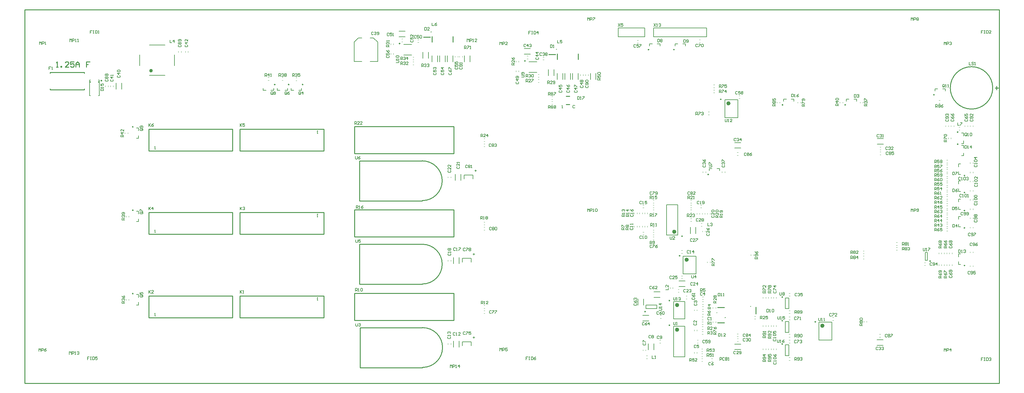
<source format=gto>
G04 Layer_Color=65535*
%FSLAX43Y43*%
%MOMM*%
G71*
G01*
G75*
%ADD34C,0.500*%
%ADD35C,0.250*%
%ADD38C,0.150*%
%ADD39C,0.200*%
%ADD41C,0.300*%
%ADD43C,0.254*%
%ADD80C,0.600*%
%ADD81C,0.100*%
D34*
X36500Y89950D02*
G03*
X36500Y89950I-250J0D01*
G01*
D35*
X260225Y35150D02*
G03*
X260225Y35150I-125J0D01*
G01*
X227250Y17675D02*
G03*
X227250Y17675I-125J0D01*
G01*
X217750Y11300D02*
G03*
X217750Y11300I-125J0D01*
G01*
X261325Y83025D02*
G03*
X261325Y83025I-125J0D01*
G01*
X208550Y22100D02*
G03*
X208550Y22100I-50J0D01*
G01*
X200075Y81725D02*
G03*
X200075Y81725I-125J0D01*
G01*
X185300Y16685D02*
G03*
X185300Y16685I-125J0D01*
G01*
X185300Y23780D02*
G03*
X185300Y23780I-125J0D01*
G01*
X143800Y92775D02*
G03*
X143800Y92775I-125J0D01*
G01*
X268150Y68800D02*
G03*
X268150Y68800I-125J0D01*
G01*
X178325Y20625D02*
G03*
X178325Y20625I-125J0D01*
G01*
X201250Y18900D02*
G03*
X201250Y18900I-50J0D01*
G01*
X198850Y20300D02*
G03*
X198850Y20300I-50J0D01*
G01*
X107800Y97775D02*
G03*
X107800Y97775I-125J0D01*
G01*
X217750Y24800D02*
G03*
X217750Y24800I-125J0D01*
G01*
X196455Y60095D02*
G03*
X196455Y60095I-125J0D01*
G01*
X188250Y36675D02*
G03*
X188250Y36675I-125J0D01*
G01*
X188950Y42315D02*
G03*
X188950Y42315I-125J0D01*
G01*
X31150Y73800D02*
G03*
X31150Y73800I-125J0D01*
G01*
X71925Y85975D02*
G03*
X71925Y85975I-125J0D01*
G01*
X31150Y49800D02*
G03*
X31150Y49800I-125J0D01*
G01*
X75925Y85975D02*
G03*
X75925Y85975I-125J0D01*
G01*
X31150Y25800D02*
G03*
X31150Y25800I-125J0D01*
G01*
X79925Y85975D02*
G03*
X79925Y85975I-125J0D01*
G01*
X186625Y96025D02*
G03*
X186625Y96025I-125J0D01*
G01*
X179325D02*
G03*
X179325Y96025I-125J0D01*
G01*
X270100Y59800D02*
G03*
X270100Y59800I-125J0D01*
G01*
Y54900D02*
G03*
X270100Y54900I-125J0D01*
G01*
Y49700D02*
G03*
X270100Y49700I-125J0D01*
G01*
Y44700D02*
G03*
X270100Y44700I-125J0D01*
G01*
X235825Y80125D02*
G03*
X235825Y80125I-125J0D01*
G01*
X116750Y101100D02*
G03*
X116750Y101100I-50J0D01*
G01*
X152750Y96100D02*
G03*
X152750Y96100I-50J0D01*
G01*
X270100Y33900D02*
G03*
X270100Y33900I-125J0D01*
G01*
X268150Y72300D02*
G03*
X268150Y72300I-125J0D01*
G01*
X217825Y80125D02*
G03*
X217825Y80125I-125J0D01*
G01*
X217750Y18000D02*
G03*
X217750Y18000I-125J0D01*
G01*
X210000Y19925D02*
Y21875D01*
X279250Y84500D02*
Y85500D01*
X278750Y85000D02*
X279750D01*
X155500Y80200D02*
X156500D01*
X155500Y82600D02*
X156500D01*
X199025Y17400D02*
X200975D01*
X199025Y21800D02*
X200975D01*
X114525Y99600D02*
X116475D01*
X150525Y94600D02*
X152475D01*
D38*
X41700Y98800D02*
Y98000D01*
X42233D01*
X42900D02*
Y98800D01*
X42500Y98400D01*
X43033D01*
X258100Y38900D02*
Y38233D01*
X258233Y38100D01*
X258500D01*
X258633Y38233D01*
Y38900D01*
X258900Y38100D02*
X259166D01*
X259033D01*
Y38900D01*
X258900Y38766D01*
X259566Y38900D02*
X260099D01*
Y38766D01*
X259566Y38233D01*
Y38100D01*
X228100Y18800D02*
Y18133D01*
X228233Y18000D01*
X228500D01*
X228633Y18133D01*
Y18800D01*
X228900Y18000D02*
X229166D01*
X229033D01*
Y18800D01*
X228900Y18666D01*
X229566Y18000D02*
X229833D01*
X229699D01*
Y18800D01*
X229566Y18666D01*
X153021Y98709D02*
Y97910D01*
X153554D01*
X154354Y98709D02*
X153821D01*
Y98309D01*
X154087Y98443D01*
X154221D01*
X154354Y98309D01*
Y98043D01*
X154221Y97910D01*
X153954D01*
X153821Y98043D01*
X216200Y12500D02*
Y11833D01*
X216333Y11700D01*
X216600D01*
X216733Y11833D01*
Y12500D01*
X217000Y11700D02*
X217266D01*
X217133D01*
Y12500D01*
X217000Y12366D01*
X218199Y12500D02*
X217933Y12366D01*
X217666Y12100D01*
Y11833D01*
X217799Y11700D01*
X218066D01*
X218199Y11833D01*
Y11967D01*
X218066Y12100D01*
X217666D01*
X264233Y85333D02*
Y85866D01*
X264100Y86000D01*
X263833D01*
X263700Y85866D01*
Y85333D01*
X263833Y85200D01*
X264100D01*
X263967Y85467D02*
X264233Y85200D01*
X264100D02*
X264233Y85333D01*
X264500Y85200D02*
X264766D01*
X264633D01*
Y86000D01*
X264500Y85866D01*
X265166Y85200D02*
X265433D01*
X265299D01*
Y86000D01*
X265166Y85866D01*
X213200Y21300D02*
Y20500D01*
X213600D01*
X213733Y20633D01*
Y21166D01*
X213600Y21300D01*
X213200D01*
X214000Y20500D02*
X214266D01*
X214133D01*
Y21300D01*
X214000Y21166D01*
X214666D02*
X214799Y21300D01*
X215066D01*
X215199Y21166D01*
Y20633D01*
X215066Y20500D01*
X214799D01*
X214666Y20633D01*
Y21166D01*
X21800Y84200D02*
X22600D01*
Y84600D01*
X22467Y84733D01*
X21934D01*
X21800Y84600D01*
Y84200D01*
X22600Y85000D02*
Y85266D01*
Y85133D01*
X21800D01*
X21934Y85000D01*
X21800Y86199D02*
Y85666D01*
X22200D01*
X22067Y85933D01*
Y86066D01*
X22200Y86199D01*
X22467D01*
X22600Y86066D01*
Y85799D01*
X22467Y85666D01*
X214400Y6200D02*
X213600D01*
Y6600D01*
X213734Y6733D01*
X214000D01*
X214133Y6600D01*
Y6200D01*
Y6467D02*
X214400Y6733D01*
X214267Y7000D02*
X214400Y7133D01*
Y7400D01*
X214267Y7533D01*
X213734D01*
X213600Y7400D01*
Y7133D01*
X213734Y7000D01*
X213867D01*
X214000Y7133D01*
Y7533D01*
X213600Y8333D02*
Y7799D01*
X214000D01*
X213867Y8066D01*
Y8199D01*
X214000Y8333D01*
X214267D01*
X214400Y8199D01*
Y7933D01*
X214267Y7799D01*
X201200Y76000D02*
Y75333D01*
X201333Y75200D01*
X201600D01*
X201733Y75333D01*
Y76000D01*
X202000Y75200D02*
X202266D01*
X202133D01*
Y76000D01*
X202000Y75866D01*
X203199Y75200D02*
X202666D01*
X203199Y75733D01*
Y75866D01*
X203066Y76000D01*
X202799D01*
X202666Y75866D01*
X7479Y91073D02*
X6946D01*
Y90673D01*
X7213D01*
X6946D01*
Y90274D01*
X7746D02*
X8013D01*
X7879D01*
Y91073D01*
X7746Y90940D01*
X95000Y26500D02*
Y27300D01*
X95400D01*
X95533Y27166D01*
Y26900D01*
X95400Y26767D01*
X95000D01*
X95267D02*
X95533Y26500D01*
X95800D02*
X96066D01*
X95933D01*
Y27300D01*
X95800Y27166D01*
X96466D02*
X96599Y27300D01*
X96866D01*
X96999Y27166D01*
Y26633D01*
X96866Y26500D01*
X96599D01*
X96466Y26633D01*
Y27166D01*
X268000Y75000D02*
Y74200D01*
X268533D01*
X268800Y75000D02*
X269333D01*
Y74866D01*
X268800Y74333D01*
Y74200D01*
X100133Y100966D02*
X100000Y101100D01*
X99733D01*
X99600Y100966D01*
Y100433D01*
X99733Y100300D01*
X100000D01*
X100133Y100433D01*
X100400Y100966D02*
X100533Y101100D01*
X100800D01*
X100933Y100966D01*
Y100833D01*
X100800Y100700D01*
X100666D01*
X100800D01*
X100933Y100567D01*
Y100433D01*
X100800Y100300D01*
X100533D01*
X100400Y100433D01*
X101199D02*
X101333Y100300D01*
X101599D01*
X101733Y100433D01*
Y100966D01*
X101599Y101100D01*
X101333D01*
X101199Y100966D01*
Y100833D01*
X101333Y100700D01*
X101733D01*
X170500Y103500D02*
X171033Y102700D01*
Y103500D02*
X170500Y102700D01*
X171833Y103500D02*
X171300D01*
Y103100D01*
X171566Y103233D01*
X171700D01*
X171833Y103100D01*
Y102833D01*
X171700Y102700D01*
X171433D01*
X171300Y102833D01*
X19333Y101500D02*
X18800D01*
Y101100D01*
X19067D01*
X18800D01*
Y100700D01*
X19600Y101500D02*
X19866D01*
X19733D01*
Y100700D01*
X19600D01*
X19866D01*
X20266Y101500D02*
Y100700D01*
X20666D01*
X20799Y100833D01*
Y101366D01*
X20666Y101500D01*
X20266D01*
X21066Y100700D02*
X21333D01*
X21199D01*
Y101500D01*
X21066Y101366D01*
X186400Y17600D02*
Y16933D01*
X186533Y16800D01*
X186800D01*
X186933Y16933D01*
Y17600D01*
X187200Y16800D02*
X187466D01*
X187333D01*
Y17600D01*
X187200Y17466D01*
X186400Y24700D02*
Y24033D01*
X186533Y23900D01*
X186800D01*
X186933Y24033D01*
Y24700D01*
X187200Y23900D02*
X187466D01*
X187333D01*
Y24700D01*
X187200Y24566D01*
X187866D02*
X187999Y24700D01*
X188266D01*
X188399Y24566D01*
Y24433D01*
X188266Y24300D01*
X188133D01*
X188266D01*
X188399Y24167D01*
Y24033D01*
X188266Y23900D01*
X187999D01*
X187866Y24033D01*
X127133Y62666D02*
X127000Y62800D01*
X126733D01*
X126600Y62666D01*
Y62133D01*
X126733Y62000D01*
X127000D01*
X127133Y62133D01*
X127400Y62666D02*
X127533Y62800D01*
X127800D01*
X127933Y62666D01*
Y62533D01*
X127800Y62400D01*
X127933Y62267D01*
Y62133D01*
X127800Y62000D01*
X127533D01*
X127400Y62133D01*
Y62267D01*
X127533Y62400D01*
X127400Y62533D01*
Y62666D01*
X127533Y62400D02*
X127800D01*
X128199Y62000D02*
X128466D01*
X128333D01*
Y62800D01*
X128199Y62666D01*
X179833Y13666D02*
X179700Y13800D01*
X179433D01*
X179300Y13666D01*
Y13133D01*
X179433Y13000D01*
X179700D01*
X179833Y13133D01*
X180100Y13666D02*
X180233Y13800D01*
X180500D01*
X180633Y13666D01*
Y13533D01*
X180500Y13400D01*
X180633Y13267D01*
Y13133D01*
X180500Y13000D01*
X180233D01*
X180100Y13133D01*
Y13267D01*
X180233Y13400D01*
X180100Y13533D01*
Y13666D01*
X180233Y13400D02*
X180500D01*
X215234Y6033D02*
X215100Y5900D01*
Y5633D01*
X215234Y5500D01*
X215767D01*
X215900Y5633D01*
Y5900D01*
X215767Y6033D01*
X215900Y6300D02*
Y6566D01*
Y6433D01*
X215100D01*
X215234Y6300D01*
Y6966D02*
X215100Y7099D01*
Y7366D01*
X215234Y7499D01*
X215767D01*
X215900Y7366D01*
Y7099D01*
X215767Y6966D01*
X215234D01*
X215100Y8299D02*
X215234Y8033D01*
X215500Y7766D01*
X215767D01*
X215900Y7899D01*
Y8166D01*
X215767Y8299D01*
X215633D01*
X215500Y8166D01*
Y7766D01*
X271300Y92400D02*
Y91600D01*
X271833D01*
X272633Y92266D02*
X272500Y92400D01*
X272233D01*
X272100Y92266D01*
Y92133D01*
X272233Y92000D01*
X272500D01*
X272633Y91867D01*
Y91733D01*
X272500Y91600D01*
X272233D01*
X272100Y91733D01*
X272899Y91600D02*
X273166D01*
X273033D01*
Y92400D01*
X272899Y92266D01*
X158800Y82500D02*
Y81700D01*
X159200D01*
X159333Y81833D01*
Y82366D01*
X159200Y82500D01*
X158800D01*
X159600Y81700D02*
X159866D01*
X159733D01*
Y82500D01*
X159600Y82366D01*
X160266Y82500D02*
X160799D01*
Y82366D01*
X160266Y81833D01*
Y81700D01*
X158033Y79866D02*
X157900Y80000D01*
X157633D01*
X157500Y79866D01*
Y79333D01*
X157633Y79200D01*
X157900D01*
X158033Y79333D01*
X154300Y79200D02*
X154567D01*
X154433D01*
Y80000D01*
X154300Y79866D01*
X95100Y17200D02*
Y16533D01*
X95233Y16400D01*
X95500D01*
X95633Y16533D01*
Y17200D01*
X95900Y17066D02*
X96033Y17200D01*
X96300D01*
X96433Y17066D01*
Y16933D01*
X96300Y16800D01*
X96166D01*
X96300D01*
X96433Y16667D01*
Y16533D01*
X96300Y16400D01*
X96033D01*
X95900Y16533D01*
X4000Y9200D02*
Y10000D01*
X4267Y9733D01*
X4533Y10000D01*
Y9200D01*
X4800D02*
Y10000D01*
X5200D01*
X5333Y9866D01*
Y9600D01*
X5200Y9467D01*
X4800D01*
X6133Y10000D02*
X5866Y9866D01*
X5599Y9600D01*
Y9333D01*
X5733Y9200D01*
X5999D01*
X6133Y9333D01*
Y9467D01*
X5999Y9600D01*
X5599D01*
X12900Y98300D02*
Y99100D01*
X13167Y98833D01*
X13433Y99100D01*
Y98300D01*
X13700D02*
Y99100D01*
X14100D01*
X14233Y98966D01*
Y98700D01*
X14100Y98567D01*
X13700D01*
X14499Y98300D02*
X14766D01*
X14633D01*
Y99100D01*
X14499Y98966D01*
X15166Y98300D02*
X15433D01*
X15299D01*
Y99100D01*
X15166Y98966D01*
X161657Y49421D02*
Y50221D01*
X161924Y49954D01*
X162190Y50221D01*
Y49421D01*
X162457D02*
Y50221D01*
X162857D01*
X162990Y50087D01*
Y49821D01*
X162857Y49688D01*
X162457D01*
X163256Y49421D02*
X163523D01*
X163390D01*
Y50221D01*
X163256Y50087D01*
X163923D02*
X164056Y50221D01*
X164323D01*
X164456Y50087D01*
Y49554D01*
X164323Y49421D01*
X164056D01*
X163923Y49554D01*
Y50087D01*
X150200Y86200D02*
Y87000D01*
X150600D01*
X150733Y86866D01*
Y86600D01*
X150600Y86467D01*
X150200D01*
X150467D02*
X150733Y86200D01*
X151533D02*
X151000D01*
X151533Y86733D01*
Y86866D01*
X151400Y87000D01*
X151133D01*
X151000Y86866D01*
X151799Y86333D02*
X151933Y86200D01*
X152199D01*
X152333Y86333D01*
Y86866D01*
X152199Y87000D01*
X151933D01*
X151799Y86866D01*
Y86733D01*
X151933Y86600D01*
X152333D01*
X142700Y88100D02*
X143367D01*
X143500Y88233D01*
Y88500D01*
X143367Y88633D01*
X142700D01*
X143367Y88900D02*
X143500Y89033D01*
Y89300D01*
X143367Y89433D01*
X142834D01*
X142700Y89300D01*
Y89033D01*
X142834Y88900D01*
X142967D01*
X143100Y89033D01*
Y89433D01*
X61835Y26700D02*
Y25901D01*
Y26167D01*
X62368Y26700D01*
X61968Y26300D01*
X62368Y25901D01*
X62635D02*
X62901D01*
X62768D01*
Y26700D01*
X62635Y26567D01*
X84200Y24625D02*
X83933D01*
X84067D01*
Y23825D01*
X84200Y23959D01*
X122200Y4500D02*
Y5300D01*
X122467Y5033D01*
X122733Y5300D01*
Y4500D01*
X123000D02*
Y5300D01*
X123400D01*
X123533Y5166D01*
Y4900D01*
X123400Y4767D01*
X123000D01*
X123799Y4500D02*
X124066D01*
X123933D01*
Y5300D01*
X123799Y5166D01*
X124866Y4500D02*
Y5300D01*
X124466Y4900D01*
X124999D01*
X12800Y8300D02*
Y9100D01*
X13067Y8833D01*
X13333Y9100D01*
Y8300D01*
X13600D02*
Y9100D01*
X14000D01*
X14133Y8966D01*
Y8700D01*
X14000Y8567D01*
X13600D01*
X14399Y8300D02*
X14666D01*
X14533D01*
Y9100D01*
X14399Y8966D01*
X15066D02*
X15199Y9100D01*
X15466D01*
X15599Y8966D01*
Y8833D01*
X15466Y8700D01*
X15333D01*
X15466D01*
X15599Y8567D01*
Y8433D01*
X15466Y8300D01*
X15199D01*
X15066Y8433D01*
X127100Y98300D02*
Y99100D01*
X127367Y98833D01*
X127633Y99100D01*
Y98300D01*
X127900D02*
Y99100D01*
X128300D01*
X128433Y98966D01*
Y98700D01*
X128300Y98567D01*
X127900D01*
X128699Y98300D02*
X128966D01*
X128833D01*
Y99100D01*
X128699Y98966D01*
X129899Y98300D02*
X129366D01*
X129899Y98833D01*
Y98966D01*
X129766Y99100D01*
X129499D01*
X129366Y98966D01*
X210600Y35800D02*
X209800D01*
Y36200D01*
X209934Y36333D01*
X210200D01*
X210333Y36200D01*
Y35800D01*
Y36067D02*
X210600Y36333D01*
X210467Y36600D02*
X210600Y36733D01*
Y37000D01*
X210467Y37133D01*
X209934D01*
X209800Y37000D01*
Y36733D01*
X209934Y36600D01*
X210067D01*
X210200Y36733D01*
Y37133D01*
X209800Y37933D02*
X209934Y37666D01*
X210200Y37399D01*
X210467D01*
X210600Y37533D01*
Y37799D01*
X210467Y37933D01*
X210333D01*
X210200Y37799D01*
Y37399D01*
X126307Y96253D02*
Y97052D01*
X126707D01*
X126840Y96919D01*
Y96652D01*
X126707Y96519D01*
X126307D01*
X126573D02*
X126840Y96253D01*
X127107Y97052D02*
X127640D01*
Y96919D01*
X127107Y96386D01*
Y96253D01*
X127906D02*
X128173D01*
X128040D01*
Y97052D01*
X127906Y96919D01*
X165400Y87300D02*
X164600D01*
Y87700D01*
X164734Y87833D01*
X165000D01*
X165133Y87700D01*
Y87300D01*
Y87567D02*
X165400Y87833D01*
X164600Y88633D02*
Y88100D01*
X165000D01*
X164867Y88366D01*
Y88500D01*
X165000Y88633D01*
X165267D01*
X165400Y88500D01*
Y88233D01*
X165267Y88100D01*
X164734Y88899D02*
X164600Y89033D01*
Y89299D01*
X164734Y89433D01*
X165267D01*
X165400Y89299D01*
Y89033D01*
X165267Y88899D01*
X164734D01*
X180700Y103500D02*
X181233Y102700D01*
Y103500D02*
X180700Y102700D01*
X181500D02*
X181766D01*
X181633D01*
Y103500D01*
X181500Y103366D01*
X182166D02*
X182299Y103500D01*
X182566D01*
X182699Y103366D01*
Y103233D01*
X182566Y103100D01*
X182433D01*
X182566D01*
X182699Y102967D01*
Y102833D01*
X182566Y102700D01*
X182299D01*
X182166Y102833D01*
X193333Y97466D02*
X193200Y97600D01*
X192933D01*
X192800Y97466D01*
Y96933D01*
X192933Y96800D01*
X193200D01*
X193333Y96933D01*
X193600Y97600D02*
X194133D01*
Y97466D01*
X193600Y96933D01*
Y96800D01*
X194399Y97466D02*
X194533Y97600D01*
X194799D01*
X194933Y97466D01*
Y96933D01*
X194799Y96800D01*
X194533D01*
X194399Y96933D01*
Y97466D01*
X240700Y16600D02*
X239900D01*
Y17000D01*
X240034Y17133D01*
X240300D01*
X240433Y17000D01*
Y16600D01*
Y16867D02*
X240700Y17133D01*
X240034Y17400D02*
X239900Y17533D01*
Y17800D01*
X240034Y17933D01*
X240167D01*
X240300Y17800D01*
X240433Y17933D01*
X240567D01*
X240700Y17800D01*
Y17533D01*
X240567Y17400D01*
X240433D01*
X240300Y17533D01*
X240167Y17400D01*
X240034D01*
X240300Y17533D02*
Y17800D01*
X240034Y18199D02*
X239900Y18333D01*
Y18599D01*
X240034Y18733D01*
X240567D01*
X240700Y18599D01*
Y18333D01*
X240567Y18199D01*
X240034D01*
X224100Y79700D02*
X223300D01*
Y80100D01*
X223434Y80233D01*
X223700D01*
X223833Y80100D01*
Y79700D01*
Y79967D02*
X224100Y80233D01*
X223300Y80500D02*
Y81033D01*
X223434D01*
X223967Y80500D01*
X224100D01*
X223967Y81299D02*
X224100Y81433D01*
Y81699D01*
X223967Y81833D01*
X223434D01*
X223300Y81699D01*
Y81433D01*
X223434Y81299D01*
X223567D01*
X223700Y81433D01*
Y81833D01*
X214400Y26000D02*
X213600D01*
Y26400D01*
X213734Y26533D01*
X214000D01*
X214133Y26400D01*
Y26000D01*
Y26267D02*
X214400Y26533D01*
X213600Y26800D02*
Y27333D01*
X213734D01*
X214267Y26800D01*
X214400D01*
X213734Y27599D02*
X213600Y27733D01*
Y27999D01*
X213734Y28133D01*
X213867D01*
X214000Y27999D01*
X214133Y28133D01*
X214267D01*
X214400Y27999D01*
Y27733D01*
X214267Y27599D01*
X214133D01*
X214000Y27733D01*
X213867Y27599D01*
X213734D01*
X214000Y27733D02*
Y27999D01*
X198200Y33800D02*
X197400D01*
Y34200D01*
X197534Y34333D01*
X197800D01*
X197933Y34200D01*
Y33800D01*
Y34067D02*
X198200Y34333D01*
X197400Y34600D02*
Y35133D01*
X197534D01*
X198067Y34600D01*
X198200D01*
X197400Y35399D02*
Y35933D01*
X197534D01*
X198067Y35399D01*
X198200D01*
X198700Y14000D02*
X197900D01*
Y14400D01*
X198034Y14533D01*
X198300D01*
X198433Y14400D01*
Y14000D01*
Y14267D02*
X198700Y14533D01*
X197900Y14800D02*
Y15333D01*
X198034D01*
X198567Y14800D01*
X198700D01*
X197900Y16133D02*
X198034Y15866D01*
X198300Y15599D01*
X198567D01*
X198700Y15733D01*
Y15999D01*
X198567Y16133D01*
X198433D01*
X198300Y15999D01*
Y15599D01*
X198700Y23100D02*
X197900D01*
Y23500D01*
X198034Y23633D01*
X198300D01*
X198433Y23500D01*
Y23100D01*
Y23367D02*
X198700Y23633D01*
Y24433D02*
Y23900D01*
X198167Y24433D01*
X198034D01*
X197900Y24300D01*
Y24033D01*
X198034Y23900D01*
Y24699D02*
X197900Y24833D01*
Y25099D01*
X198034Y25233D01*
X198167D01*
X198300Y25099D01*
X198433Y25233D01*
X198567D01*
X198700Y25099D01*
Y24833D01*
X198567Y24699D01*
X198433D01*
X198300Y24833D01*
X198167Y24699D01*
X198034D01*
X198300Y24833D02*
Y25099D01*
X211300Y18500D02*
Y19300D01*
X211700D01*
X211833Y19166D01*
Y18900D01*
X211700Y18767D01*
X211300D01*
X211567D02*
X211833Y18500D01*
X212633D02*
X212100D01*
X212633Y19033D01*
Y19166D01*
X212500Y19300D01*
X212233D01*
X212100Y19166D01*
X213433Y19300D02*
X212899D01*
Y18900D01*
X213166Y19033D01*
X213299D01*
X213433Y18900D01*
Y18633D01*
X213299Y18500D01*
X213033D01*
X212899Y18633D01*
X144559Y7588D02*
X144025D01*
Y7188D01*
X144292D01*
X144025D01*
Y6788D01*
X144825Y7588D02*
X145092D01*
X144958D01*
Y6788D01*
X144825D01*
X145092D01*
X145492Y7588D02*
Y6788D01*
X145891D01*
X146025Y6921D01*
Y7454D01*
X145891Y7588D01*
X145492D01*
X146824D02*
X146558Y7454D01*
X146291Y7188D01*
Y6921D01*
X146425Y6788D01*
X146691D01*
X146824Y6921D01*
Y7054D01*
X146691Y7188D01*
X146291D01*
X18552Y7574D02*
X18019D01*
Y7174D01*
X18286D01*
X18019D01*
Y6774D01*
X18819Y7574D02*
X19085D01*
X18952D01*
Y6774D01*
X18819D01*
X19085D01*
X19485Y7574D02*
Y6774D01*
X19885D01*
X20018Y6908D01*
Y7441D01*
X19885Y7574D01*
X19485D01*
X20818D02*
X20285D01*
Y7174D01*
X20552Y7308D01*
X20685D01*
X20818Y7174D01*
Y6908D01*
X20685Y6774D01*
X20418D01*
X20285Y6908D01*
X145333Y101300D02*
X144800D01*
Y100900D01*
X145067D01*
X144800D01*
Y100500D01*
X145600Y101300D02*
X145866D01*
X145733D01*
Y100500D01*
X145600D01*
X145866D01*
X146266Y101300D02*
Y100500D01*
X146666D01*
X146799Y100633D01*
Y101166D01*
X146666Y101300D01*
X146266D01*
X147466Y100500D02*
Y101300D01*
X147066Y100900D01*
X147599D01*
X270100Y68400D02*
Y67600D01*
X270500D01*
X270633Y67733D01*
Y68266D01*
X270500Y68400D01*
X270100D01*
X270900Y67600D02*
X271166D01*
X271033D01*
Y68400D01*
X270900Y68266D01*
X271966Y67600D02*
Y68400D01*
X271566Y68000D01*
X272099D01*
X265734Y30933D02*
X265600Y30800D01*
Y30533D01*
X265734Y30400D01*
X266267D01*
X266400Y30533D01*
Y30800D01*
X266267Y30933D01*
X265600Y31733D02*
X265734Y31466D01*
X266000Y31200D01*
X266267D01*
X266400Y31333D01*
Y31600D01*
X266267Y31733D01*
X266133D01*
X266000Y31600D01*
Y31200D01*
X266267Y31999D02*
X266400Y32133D01*
Y32399D01*
X266267Y32533D01*
X265734D01*
X265600Y32399D01*
Y32133D01*
X265734Y31999D01*
X265867D01*
X266000Y32133D01*
Y32533D01*
X265734Y39433D02*
X265600Y39300D01*
Y39033D01*
X265734Y38900D01*
X266267D01*
X266400Y39033D01*
Y39300D01*
X266267Y39433D01*
X265600Y40233D02*
X265734Y39966D01*
X266000Y39700D01*
X266267D01*
X266400Y39833D01*
Y40100D01*
X266267Y40233D01*
X266133D01*
X266000Y40100D01*
Y39700D01*
X265734Y40499D02*
X265600Y40633D01*
Y40899D01*
X265734Y41033D01*
X265867D01*
X266000Y40899D01*
X266133Y41033D01*
X266267D01*
X266400Y40899D01*
Y40633D01*
X266267Y40499D01*
X266133D01*
X266000Y40633D01*
X265867Y40499D01*
X265734D01*
X266000Y40633D02*
Y40899D01*
X121934Y89333D02*
X121800Y89200D01*
Y88933D01*
X121934Y88800D01*
X122467D01*
X122600Y88933D01*
Y89200D01*
X122467Y89333D01*
X121800Y90133D02*
X121934Y89866D01*
X122200Y89600D01*
X122467D01*
X122600Y89733D01*
Y90000D01*
X122467Y90133D01*
X122333D01*
X122200Y90000D01*
Y89600D01*
X121800Y90399D02*
Y90933D01*
X121934D01*
X122467Y90399D01*
X122600D01*
X261400Y43800D02*
Y44600D01*
X261800D01*
X261933Y44466D01*
Y44200D01*
X261800Y44067D01*
X261400D01*
X261667D02*
X261933Y43800D01*
X262733Y44600D02*
X262466Y44466D01*
X262200Y44200D01*
Y43933D01*
X262333Y43800D01*
X262600D01*
X262733Y43933D01*
Y44067D01*
X262600Y44200D01*
X262200D01*
X263533Y44600D02*
X262999D01*
Y44200D01*
X263266Y44333D01*
X263399D01*
X263533Y44200D01*
Y43933D01*
X263399Y43800D01*
X263133D01*
X262999Y43933D01*
X261400Y47700D02*
Y48500D01*
X261800D01*
X261933Y48366D01*
Y48100D01*
X261800Y47967D01*
X261400D01*
X261667D02*
X261933Y47700D01*
X262733Y48500D02*
X262466Y48366D01*
X262200Y48100D01*
Y47833D01*
X262333Y47700D01*
X262600D01*
X262733Y47833D01*
Y47967D01*
X262600Y48100D01*
X262200D01*
X263399Y47700D02*
Y48500D01*
X262999Y48100D01*
X263533D01*
X261400Y49000D02*
Y49800D01*
X261800D01*
X261933Y49666D01*
Y49400D01*
X261800Y49267D01*
X261400D01*
X261667D02*
X261933Y49000D01*
X262733Y49800D02*
X262466Y49666D01*
X262200Y49400D01*
Y49133D01*
X262333Y49000D01*
X262600D01*
X262733Y49133D01*
Y49267D01*
X262600Y49400D01*
X262200D01*
X262999Y49666D02*
X263133Y49800D01*
X263399D01*
X263533Y49666D01*
Y49533D01*
X263399Y49400D01*
X263266D01*
X263399D01*
X263533Y49267D01*
Y49133D01*
X263399Y49000D01*
X263133D01*
X262999Y49133D01*
X261400Y53000D02*
Y53800D01*
X261800D01*
X261933Y53666D01*
Y53400D01*
X261800Y53267D01*
X261400D01*
X261667D02*
X261933Y53000D01*
X262733Y53800D02*
X262466Y53666D01*
X262200Y53400D01*
Y53133D01*
X262333Y53000D01*
X262600D01*
X262733Y53133D01*
Y53267D01*
X262600Y53400D01*
X262200D01*
X263533Y53000D02*
X262999D01*
X263533Y53533D01*
Y53666D01*
X263399Y53800D01*
X263133D01*
X262999Y53666D01*
X261400Y54300D02*
Y55100D01*
X261800D01*
X261933Y54966D01*
Y54700D01*
X261800Y54567D01*
X261400D01*
X261667D02*
X261933Y54300D01*
X262733Y55100D02*
X262466Y54966D01*
X262200Y54700D01*
Y54433D01*
X262333Y54300D01*
X262600D01*
X262733Y54433D01*
Y54567D01*
X262600Y54700D01*
X262200D01*
X262999Y54300D02*
X263266D01*
X263133D01*
Y55100D01*
X262999Y54966D01*
X261400Y58200D02*
Y59000D01*
X261800D01*
X261933Y58866D01*
Y58600D01*
X261800Y58467D01*
X261400D01*
X261667D02*
X261933Y58200D01*
X262733Y59000D02*
X262466Y58866D01*
X262200Y58600D01*
Y58333D01*
X262333Y58200D01*
X262600D01*
X262733Y58333D01*
Y58467D01*
X262600Y58600D01*
X262200D01*
X262999Y58866D02*
X263133Y59000D01*
X263399D01*
X263533Y58866D01*
Y58333D01*
X263399Y58200D01*
X263133D01*
X262999Y58333D01*
Y58866D01*
X261400Y59500D02*
Y60300D01*
X261800D01*
X261933Y60166D01*
Y59900D01*
X261800Y59767D01*
X261400D01*
X261667D02*
X261933Y59500D01*
X262733Y60300D02*
X262200D01*
Y59900D01*
X262466Y60033D01*
X262600D01*
X262733Y59900D01*
Y59633D01*
X262600Y59500D01*
X262333D01*
X262200Y59633D01*
X262999D02*
X263133Y59500D01*
X263399D01*
X263533Y59633D01*
Y60166D01*
X263399Y60300D01*
X263133D01*
X262999Y60166D01*
Y60033D01*
X263133Y59900D01*
X263533D01*
X261400Y63400D02*
Y64200D01*
X261800D01*
X261933Y64066D01*
Y63800D01*
X261800Y63667D01*
X261400D01*
X261667D02*
X261933Y63400D01*
X262733Y64200D02*
X262200D01*
Y63800D01*
X262466Y63933D01*
X262600D01*
X262733Y63800D01*
Y63533D01*
X262600Y63400D01*
X262333D01*
X262200Y63533D01*
X262999Y64066D02*
X263133Y64200D01*
X263399D01*
X263533Y64066D01*
Y63933D01*
X263399Y63800D01*
X263533Y63667D01*
Y63533D01*
X263399Y63400D01*
X263133D01*
X262999Y63533D01*
Y63667D01*
X263133Y63800D01*
X262999Y63933D01*
Y64066D01*
X263133Y63800D02*
X263399D01*
X261400Y62000D02*
Y62800D01*
X261800D01*
X261933Y62666D01*
Y62400D01*
X261800Y62267D01*
X261400D01*
X261667D02*
X261933Y62000D01*
X262733Y62800D02*
X262200D01*
Y62400D01*
X262466Y62533D01*
X262600D01*
X262733Y62400D01*
Y62133D01*
X262600Y62000D01*
X262333D01*
X262200Y62133D01*
X262999Y62800D02*
X263533D01*
Y62666D01*
X262999Y62133D01*
Y62000D01*
X261400Y60800D02*
Y61600D01*
X261800D01*
X261933Y61466D01*
Y61200D01*
X261800Y61067D01*
X261400D01*
X261667D02*
X261933Y60800D01*
X262733Y61600D02*
X262200D01*
Y61200D01*
X262466Y61333D01*
X262600D01*
X262733Y61200D01*
Y60933D01*
X262600Y60800D01*
X262333D01*
X262200Y60933D01*
X263533Y61600D02*
X263266Y61466D01*
X262999Y61200D01*
Y60933D01*
X263133Y60800D01*
X263399D01*
X263533Y60933D01*
Y61067D01*
X263399Y61200D01*
X262999D01*
X261400Y56900D02*
Y57700D01*
X261800D01*
X261933Y57566D01*
Y57300D01*
X261800Y57167D01*
X261400D01*
X261667D02*
X261933Y56900D01*
X262733Y57700D02*
X262200D01*
Y57300D01*
X262466Y57433D01*
X262600D01*
X262733Y57300D01*
Y57033D01*
X262600Y56900D01*
X262333D01*
X262200Y57033D01*
X263533Y57700D02*
X262999D01*
Y57300D01*
X263266Y57433D01*
X263399D01*
X263533Y57300D01*
Y57033D01*
X263399Y56900D01*
X263133D01*
X262999Y57033D01*
X261400Y55600D02*
Y56400D01*
X261800D01*
X261933Y56266D01*
Y56000D01*
X261800Y55867D01*
X261400D01*
X261667D02*
X261933Y55600D01*
X262733Y56400D02*
X262200D01*
Y56000D01*
X262466Y56133D01*
X262600D01*
X262733Y56000D01*
Y55733D01*
X262600Y55600D01*
X262333D01*
X262200Y55733D01*
X263399Y55600D02*
Y56400D01*
X262999Y56000D01*
X263533D01*
X182200Y21000D02*
X182867D01*
X183000Y21133D01*
Y21400D01*
X182867Y21533D01*
X182200D01*
X183000Y21800D02*
Y22066D01*
Y21933D01*
X182200D01*
X182334Y21800D01*
X183000Y22866D02*
X182200D01*
X182600Y22466D01*
Y22999D01*
X196000Y9100D02*
Y9900D01*
X196400D01*
X196533Y9766D01*
Y9500D01*
X196400Y9367D01*
X196000D01*
X196267D02*
X196533Y9100D01*
X197333Y9900D02*
X196800D01*
Y9500D01*
X197066Y9633D01*
X197200D01*
X197333Y9500D01*
Y9233D01*
X197200Y9100D01*
X196933D01*
X196800Y9233D01*
X197599Y9766D02*
X197733Y9900D01*
X197999D01*
X198133Y9766D01*
Y9633D01*
X197999Y9500D01*
X197866D01*
X197999D01*
X198133Y9367D01*
Y9233D01*
X197999Y9100D01*
X197733D01*
X197599Y9233D01*
X191000Y6300D02*
Y7100D01*
X191400D01*
X191533Y6966D01*
Y6700D01*
X191400Y6567D01*
X191000D01*
X191267D02*
X191533Y6300D01*
X192333Y7100D02*
X191800D01*
Y6700D01*
X192066Y6833D01*
X192200D01*
X192333Y6700D01*
Y6433D01*
X192200Y6300D01*
X191933D01*
X191800Y6433D01*
X193133Y6300D02*
X192599D01*
X193133Y6833D01*
Y6966D01*
X192999Y7100D01*
X192733D01*
X192599Y6966D01*
X196000Y7700D02*
Y8500D01*
X196400D01*
X196533Y8366D01*
Y8100D01*
X196400Y7967D01*
X196000D01*
X196267D02*
X196533Y7700D01*
X197333Y8500D02*
X196800D01*
Y8100D01*
X197066Y8233D01*
X197200D01*
X197333Y8100D01*
Y7833D01*
X197200Y7700D01*
X196933D01*
X196800Y7833D01*
X197599Y7700D02*
X197866D01*
X197733D01*
Y8500D01*
X197599Y8366D01*
X199300Y14300D02*
Y13500D01*
X199700D01*
X199833Y13633D01*
Y14166D01*
X199700Y14300D01*
X199300D01*
X200100Y13500D02*
X200366D01*
X200233D01*
Y14300D01*
X200100Y14166D01*
X201299Y13500D02*
X200766D01*
X201299Y14033D01*
Y14166D01*
X201166Y14300D01*
X200899D01*
X200766Y14166D01*
X199200Y25900D02*
Y25100D01*
X199600D01*
X199733Y25233D01*
Y25766D01*
X199600Y25900D01*
X199200D01*
X200000Y25100D02*
X200266D01*
X200133D01*
Y25900D01*
X200000Y25766D01*
X200666Y25100D02*
X200933D01*
X200799D01*
Y25900D01*
X200666Y25766D01*
X177933Y17366D02*
X177800Y17500D01*
X177533D01*
X177400Y17366D01*
Y16833D01*
X177533Y16700D01*
X177800D01*
X177933Y16833D01*
X178733Y17500D02*
X178466Y17366D01*
X178200Y17100D01*
Y16833D01*
X178333Y16700D01*
X178600D01*
X178733Y16833D01*
Y16967D01*
X178600Y17100D01*
X178200D01*
X179399Y16700D02*
Y17500D01*
X178999Y17100D01*
X179533D01*
X175134Y22933D02*
X175000Y22800D01*
Y22533D01*
X175134Y22400D01*
X175667D01*
X175800Y22533D01*
Y22800D01*
X175667Y22933D01*
X175000Y23733D02*
X175134Y23466D01*
X175400Y23200D01*
X175667D01*
X175800Y23333D01*
Y23600D01*
X175667Y23733D01*
X175533D01*
X175400Y23600D01*
Y23200D01*
X175134Y23999D02*
X175000Y24133D01*
Y24399D01*
X175134Y24533D01*
X175267D01*
X175400Y24399D01*
Y24266D01*
Y24399D01*
X175533Y24533D01*
X175667D01*
X175800Y24399D01*
Y24133D01*
X175667Y23999D01*
X180072Y27786D02*
X179938Y27920D01*
X179672D01*
X179539Y27786D01*
Y27253D01*
X179672Y27120D01*
X179938D01*
X180072Y27253D01*
X180872Y27920D02*
X180605Y27786D01*
X180338Y27520D01*
Y27253D01*
X180472Y27120D01*
X180738D01*
X180872Y27253D01*
Y27386D01*
X180738Y27520D01*
X180338D01*
X181671Y27120D02*
X181138D01*
X181671Y27653D01*
Y27786D01*
X181538Y27920D01*
X181271D01*
X181138Y27786D01*
X191834Y24633D02*
X191700Y24500D01*
Y24233D01*
X191834Y24100D01*
X192367D01*
X192500Y24233D01*
Y24500D01*
X192367Y24633D01*
X191700Y25433D02*
X191834Y25166D01*
X192100Y24900D01*
X192367D01*
X192500Y25033D01*
Y25300D01*
X192367Y25433D01*
X192233D01*
X192100Y25300D01*
Y24900D01*
X192500Y25699D02*
Y25966D01*
Y25833D01*
X191700D01*
X191834Y25699D01*
X182133Y20466D02*
X182000Y20600D01*
X181733D01*
X181600Y20466D01*
Y19933D01*
X181733Y19800D01*
X182000D01*
X182133Y19933D01*
X182933Y20600D02*
X182666Y20466D01*
X182400Y20200D01*
Y19933D01*
X182533Y19800D01*
X182800D01*
X182933Y19933D01*
Y20067D01*
X182800Y20200D01*
X182400D01*
X183199Y20466D02*
X183333Y20600D01*
X183599D01*
X183733Y20466D01*
Y19933D01*
X183599Y19800D01*
X183333D01*
X183199Y19933D01*
Y20466D01*
X195333Y12266D02*
X195200Y12400D01*
X194933D01*
X194800Y12266D01*
Y11733D01*
X194933Y11600D01*
X195200D01*
X195333Y11733D01*
X196133Y12400D02*
X195600D01*
Y12000D01*
X195866Y12133D01*
X196000D01*
X196133Y12000D01*
Y11733D01*
X196000Y11600D01*
X195733D01*
X195600Y11733D01*
X196399D02*
X196533Y11600D01*
X196799D01*
X196933Y11733D01*
Y12266D01*
X196799Y12400D01*
X196533D01*
X196399Y12266D01*
Y12133D01*
X196533Y12000D01*
X196933D01*
X106700Y92300D02*
X107367D01*
X107500Y92433D01*
Y92700D01*
X107367Y92833D01*
X106700D01*
X107500Y93100D02*
Y93366D01*
Y93233D01*
X106700D01*
X106834Y93100D01*
Y93766D02*
X106700Y93899D01*
Y94166D01*
X106834Y94299D01*
X107367D01*
X107500Y94166D01*
Y93899D01*
X107367Y93766D01*
X106834D01*
X216900Y26100D02*
Y25433D01*
X217033Y25300D01*
X217300D01*
X217433Y25433D01*
Y26100D01*
X217700Y25966D02*
X217833Y26100D01*
X218100D01*
X218233Y25966D01*
Y25833D01*
X218100Y25700D01*
X218233Y25567D01*
Y25433D01*
X218100Y25300D01*
X217833D01*
X217700Y25433D01*
Y25567D01*
X217833Y25700D01*
X217700Y25833D01*
Y25966D01*
X217833Y25700D02*
X218100D01*
X196600Y62200D02*
X197267D01*
X197400Y62333D01*
Y62600D01*
X197267Y62733D01*
X196600D01*
Y63000D02*
Y63533D01*
X196734D01*
X197267Y63000D01*
X197400D01*
X95000Y65300D02*
Y64633D01*
X95133Y64500D01*
X95400D01*
X95533Y64633D01*
Y65300D01*
X96333D02*
X96066Y65166D01*
X95800Y64900D01*
Y64633D01*
X95933Y64500D01*
X96200D01*
X96333Y64633D01*
Y64767D01*
X96200Y64900D01*
X95800D01*
X95100Y41300D02*
Y40633D01*
X95233Y40500D01*
X95500D01*
X95633Y40633D01*
Y41300D01*
X96433D02*
X95900D01*
Y40900D01*
X96166Y41033D01*
X96300D01*
X96433Y40900D01*
Y40633D01*
X96300Y40500D01*
X96033D01*
X95900Y40633D01*
X191600Y31050D02*
Y30383D01*
X191733Y30250D01*
X192000D01*
X192133Y30383D01*
Y31050D01*
X192800Y30250D02*
Y31050D01*
X192400Y30650D01*
X192933D01*
X185400Y42200D02*
Y41533D01*
X185533Y41400D01*
X185800D01*
X185933Y41533D01*
Y42200D01*
X186733Y41400D02*
X186200D01*
X186733Y41933D01*
Y42066D01*
X186600Y42200D01*
X186333D01*
X186200Y42066D01*
X261400Y51700D02*
Y52500D01*
X261800D01*
X261933Y52366D01*
Y52100D01*
X261800Y51967D01*
X261400D01*
X261667D02*
X261933Y51700D01*
X262600D02*
Y52500D01*
X262200Y52100D01*
X262733D01*
X263533Y52500D02*
X263266Y52366D01*
X262999Y52100D01*
Y51833D01*
X263133Y51700D01*
X263399D01*
X263533Y51833D01*
Y51967D01*
X263399Y52100D01*
X262999D01*
X261400Y50300D02*
Y51100D01*
X261800D01*
X261933Y50966D01*
Y50700D01*
X261800Y50567D01*
X261400D01*
X261667D02*
X261933Y50300D01*
X262600D02*
Y51100D01*
X262200Y50700D01*
X262733D01*
X263533Y51100D02*
X262999D01*
Y50700D01*
X263266Y50833D01*
X263399D01*
X263533Y50700D01*
Y50433D01*
X263399Y50300D01*
X263133D01*
X262999Y50433D01*
X261400Y46400D02*
Y47200D01*
X261800D01*
X261933Y47066D01*
Y46800D01*
X261800Y46667D01*
X261400D01*
X261667D02*
X261933Y46400D01*
X262600D02*
Y47200D01*
X262200Y46800D01*
X262733D01*
X263399Y46400D02*
Y47200D01*
X262999Y46800D01*
X263533D01*
X261400Y45100D02*
Y45900D01*
X261800D01*
X261933Y45766D01*
Y45500D01*
X261800Y45367D01*
X261400D01*
X261667D02*
X261933Y45100D01*
X262600D02*
Y45900D01*
X262200Y45500D01*
X262733D01*
X262999Y45766D02*
X263133Y45900D01*
X263399D01*
X263533Y45766D01*
Y45633D01*
X263399Y45500D01*
X263266D01*
X263399D01*
X263533Y45367D01*
Y45233D01*
X263399Y45100D01*
X263133D01*
X262999Y45233D01*
X28400Y70900D02*
X27600D01*
Y71300D01*
X27734Y71433D01*
X28000D01*
X28133Y71300D01*
Y70900D01*
Y71167D02*
X28400Y71433D01*
Y72100D02*
X27600D01*
X28000Y71700D01*
Y72233D01*
X28400Y73033D02*
Y72499D01*
X27867Y73033D01*
X27734D01*
X27600Y72899D01*
Y72633D01*
X27734Y72499D01*
X69000Y88300D02*
Y89100D01*
X69400D01*
X69533Y88966D01*
Y88700D01*
X69400Y88567D01*
X69000D01*
X69267D02*
X69533Y88300D01*
X70200D02*
Y89100D01*
X69800Y88700D01*
X70333D01*
X70599Y88300D02*
X70866D01*
X70733D01*
Y89100D01*
X70599Y88966D01*
X233800Y79900D02*
X233000D01*
Y80300D01*
X233134Y80433D01*
X233400D01*
X233534Y80300D01*
Y79900D01*
Y80167D02*
X233800Y80433D01*
Y81100D02*
X233000D01*
X233400Y80700D01*
Y81233D01*
X233134Y81499D02*
X233000Y81633D01*
Y81899D01*
X233134Y82033D01*
X233667D01*
X233800Y81899D01*
Y81633D01*
X233667Y81499D01*
X233134D01*
X28700Y47000D02*
X27900D01*
Y47400D01*
X28034Y47533D01*
X28300D01*
X28433Y47400D01*
Y47000D01*
Y47267D02*
X28700Y47533D01*
X28034Y47800D02*
X27900Y47933D01*
Y48200D01*
X28034Y48333D01*
X28167D01*
X28300Y48200D01*
Y48066D01*
Y48200D01*
X28433Y48333D01*
X28567D01*
X28700Y48200D01*
Y47933D01*
X28567Y47800D01*
Y48599D02*
X28700Y48733D01*
Y48999D01*
X28567Y49133D01*
X28034D01*
X27900Y48999D01*
Y48733D01*
X28034Y48599D01*
X28167D01*
X28300Y48733D01*
Y49133D01*
X73000Y88300D02*
Y89100D01*
X73400D01*
X73533Y88966D01*
Y88700D01*
X73400Y88567D01*
X73000D01*
X73267D02*
X73533Y88300D01*
X73800Y88966D02*
X73933Y89100D01*
X74200D01*
X74333Y88966D01*
Y88833D01*
X74200Y88700D01*
X74066D01*
X74200D01*
X74333Y88567D01*
Y88433D01*
X74200Y88300D01*
X73933D01*
X73800Y88433D01*
X74599Y88966D02*
X74733Y89100D01*
X74999D01*
X75133Y88966D01*
Y88833D01*
X74999Y88700D01*
X75133Y88567D01*
Y88433D01*
X74999Y88300D01*
X74733D01*
X74599Y88433D01*
Y88567D01*
X74733Y88700D01*
X74599Y88833D01*
Y88966D01*
X74733Y88700D02*
X74999D01*
X242000Y79800D02*
X241200D01*
Y80200D01*
X241334Y80333D01*
X241600D01*
X241734Y80200D01*
Y79800D01*
Y80067D02*
X242000Y80333D01*
X241334Y80600D02*
X241200Y80733D01*
Y81000D01*
X241334Y81133D01*
X241467D01*
X241600Y81000D01*
Y80866D01*
Y81000D01*
X241734Y81133D01*
X241867D01*
X242000Y81000D01*
Y80733D01*
X241867Y80600D01*
X241200Y81399D02*
Y81933D01*
X241334D01*
X241867Y81399D01*
X242000D01*
X28700Y23000D02*
X27900D01*
Y23400D01*
X28034Y23533D01*
X28300D01*
X28433Y23400D01*
Y23000D01*
Y23267D02*
X28700Y23533D01*
X28034Y23800D02*
X27900Y23933D01*
Y24200D01*
X28034Y24333D01*
X28167D01*
X28300Y24200D01*
Y24066D01*
Y24200D01*
X28433Y24333D01*
X28567D01*
X28700Y24200D01*
Y23933D01*
X28567Y23800D01*
X27900Y25133D02*
X28034Y24866D01*
X28300Y24599D01*
X28567D01*
X28700Y24733D01*
Y24999D01*
X28567Y25133D01*
X28433D01*
X28300Y24999D01*
Y24599D01*
X76900Y88300D02*
Y89100D01*
X77300D01*
X77433Y88966D01*
Y88700D01*
X77300Y88567D01*
X76900D01*
X77167D02*
X77433Y88300D01*
X77700Y88966D02*
X77833Y89100D01*
X78100D01*
X78233Y88966D01*
Y88833D01*
X78100Y88700D01*
X77966D01*
X78100D01*
X78233Y88567D01*
Y88433D01*
X78100Y88300D01*
X77833D01*
X77700Y88433D01*
X79033Y89100D02*
X78499D01*
Y88700D01*
X78766Y88833D01*
X78899D01*
X79033Y88700D01*
Y88433D01*
X78899Y88300D01*
X78633D01*
X78499Y88433D01*
X108000Y93100D02*
Y93900D01*
X108400D01*
X108533Y93766D01*
Y93500D01*
X108400Y93367D01*
X108000D01*
X108267D02*
X108533Y93100D01*
X108800Y93766D02*
X108933Y93900D01*
X109200D01*
X109333Y93766D01*
Y93633D01*
X109200Y93500D01*
X109066D01*
X109200D01*
X109333Y93367D01*
Y93233D01*
X109200Y93100D01*
X108933D01*
X108800Y93233D01*
X109999Y93100D02*
Y93900D01*
X109599Y93500D01*
X110133D01*
X114000Y91100D02*
Y91900D01*
X114400D01*
X114533Y91766D01*
Y91500D01*
X114400Y91367D01*
X114000D01*
X114267D02*
X114533Y91100D01*
X114800Y91766D02*
X114933Y91900D01*
X115200D01*
X115333Y91766D01*
Y91633D01*
X115200Y91500D01*
X115066D01*
X115200D01*
X115333Y91367D01*
Y91233D01*
X115200Y91100D01*
X114933D01*
X114800Y91233D01*
X115599Y91766D02*
X115733Y91900D01*
X115999D01*
X116133Y91766D01*
Y91633D01*
X115999Y91500D01*
X115866D01*
X115999D01*
X116133Y91367D01*
Y91233D01*
X115999Y91100D01*
X115733D01*
X115599Y91233D01*
X108000Y91700D02*
Y92500D01*
X108400D01*
X108533Y92366D01*
Y92100D01*
X108400Y91967D01*
X108000D01*
X108267D02*
X108533Y91700D01*
X108800Y92366D02*
X108933Y92500D01*
X109200D01*
X109333Y92366D01*
Y92233D01*
X109200Y92100D01*
X109066D01*
X109200D01*
X109333Y91967D01*
Y91833D01*
X109200Y91700D01*
X108933D01*
X108800Y91833D01*
X110133Y91700D02*
X109599D01*
X110133Y92233D01*
Y92366D01*
X109999Y92500D01*
X109733D01*
X109599Y92366D01*
X104700Y96800D02*
X103900D01*
Y97200D01*
X104034Y97333D01*
X104300D01*
X104433Y97200D01*
Y96800D01*
Y97067D02*
X104700Y97333D01*
X104034Y97600D02*
X103900Y97733D01*
Y98000D01*
X104034Y98133D01*
X104167D01*
X104300Y98000D01*
Y97866D01*
Y98000D01*
X104433Y98133D01*
X104567D01*
X104700Y98000D01*
Y97733D01*
X104567Y97600D01*
X104700Y98399D02*
Y98666D01*
Y98533D01*
X103900D01*
X104034Y98399D01*
X144000Y88100D02*
Y88900D01*
X144400D01*
X144533Y88766D01*
Y88500D01*
X144400Y88367D01*
X144000D01*
X144267D02*
X144533Y88100D01*
X144800Y88766D02*
X144933Y88900D01*
X145200D01*
X145333Y88766D01*
Y88633D01*
X145200Y88500D01*
X145066D01*
X145200D01*
X145333Y88367D01*
Y88233D01*
X145200Y88100D01*
X144933D01*
X144800Y88233D01*
X145599Y88766D02*
X145733Y88900D01*
X145999D01*
X146133Y88766D01*
Y88233D01*
X145999Y88100D01*
X145733D01*
X145599Y88233D01*
Y88766D01*
X144000Y86700D02*
Y87500D01*
X144400D01*
X144533Y87366D01*
Y87100D01*
X144400Y86967D01*
X144000D01*
X144267D02*
X144533Y86700D01*
X145333D02*
X144800D01*
X145333Y87233D01*
Y87366D01*
X145200Y87500D01*
X144933D01*
X144800Y87366D01*
X145599Y87500D02*
X146133D01*
Y87366D01*
X145599Y86833D01*
Y86700D01*
X140700Y91600D02*
X139900D01*
Y92000D01*
X140034Y92133D01*
X140300D01*
X140433Y92000D01*
Y91600D01*
Y91867D02*
X140700Y92133D01*
Y92933D02*
Y92400D01*
X140167Y92933D01*
X140034D01*
X139900Y92800D01*
Y92533D01*
X140034Y92400D01*
X139900Y93733D02*
X140034Y93466D01*
X140300Y93199D01*
X140567D01*
X140700Y93333D01*
Y93599D01*
X140567Y93733D01*
X140433D01*
X140300Y93599D01*
Y93199D01*
X131000Y70900D02*
Y71700D01*
X131400D01*
X131533Y71566D01*
Y71300D01*
X131400Y71167D01*
X131000D01*
X131267D02*
X131533Y70900D01*
X132333D02*
X131800D01*
X132333Y71433D01*
Y71566D01*
X132200Y71700D01*
X131933D01*
X131800Y71566D01*
X132999Y70900D02*
Y71700D01*
X132599Y71300D01*
X133133D01*
X190300Y47900D02*
Y48700D01*
X190700D01*
X190833Y48566D01*
Y48300D01*
X190700Y48167D01*
X190300D01*
X190567D02*
X190833Y47900D01*
X191633D02*
X191100D01*
X191633Y48433D01*
Y48566D01*
X191500Y48700D01*
X191233D01*
X191100Y48566D01*
X191899D02*
X192033Y48700D01*
X192299D01*
X192433Y48566D01*
Y48433D01*
X192299Y48300D01*
X192166D01*
X192299D01*
X192433Y48167D01*
Y48033D01*
X192299Y47900D01*
X192033D01*
X191899Y48033D01*
X94800Y74500D02*
Y75300D01*
X95200D01*
X95333Y75166D01*
Y74900D01*
X95200Y74767D01*
X94800D01*
X95067D02*
X95333Y74500D01*
X96133D02*
X95600D01*
X96133Y75033D01*
Y75166D01*
X96000Y75300D01*
X95733D01*
X95600Y75166D01*
X96933Y74500D02*
X96399D01*
X96933Y75033D01*
Y75166D01*
X96799Y75300D01*
X96533D01*
X96399Y75166D01*
X190500Y53100D02*
Y53900D01*
X190900D01*
X191033Y53766D01*
Y53500D01*
X190900Y53367D01*
X190500D01*
X190767D02*
X191033Y53100D01*
X191833D02*
X191300D01*
X191833Y53633D01*
Y53766D01*
X191700Y53900D01*
X191433D01*
X191300Y53766D01*
X192099Y53100D02*
X192366D01*
X192233D01*
Y53900D01*
X192099Y53766D01*
X199300Y47700D02*
X198500D01*
Y48100D01*
X198634Y48233D01*
X198900D01*
X199033Y48100D01*
Y47700D01*
Y47967D02*
X199300Y48233D01*
Y49033D02*
Y48500D01*
X198767Y49033D01*
X198634D01*
X198500Y48900D01*
Y48633D01*
X198634Y48500D01*
Y49299D02*
X198500Y49433D01*
Y49699D01*
X198634Y49833D01*
X199167D01*
X199300Y49699D01*
Y49433D01*
X199167Y49299D01*
X198634D01*
X200500Y47700D02*
X199700D01*
Y48100D01*
X199834Y48233D01*
X200100D01*
X200233Y48100D01*
Y47700D01*
Y47967D02*
X200500Y48233D01*
Y48500D02*
Y48766D01*
Y48633D01*
X199700D01*
X199834Y48500D01*
X200367Y49166D02*
X200500Y49299D01*
Y49566D01*
X200367Y49699D01*
X199834D01*
X199700Y49566D01*
Y49299D01*
X199834Y49166D01*
X199967D01*
X200100Y49299D01*
Y49699D01*
X130948Y47211D02*
Y48011D01*
X131348D01*
X131482Y47878D01*
Y47611D01*
X131348Y47478D01*
X130948D01*
X131215D02*
X131482Y47211D01*
X131748D02*
X132015D01*
X131881D01*
Y48011D01*
X131748Y47878D01*
X132415D02*
X132548Y48011D01*
X132814D01*
X132948Y47878D01*
Y47744D01*
X132814Y47611D01*
X132948Y47478D01*
Y47344D01*
X132814Y47211D01*
X132548D01*
X132415Y47344D01*
Y47478D01*
X132548Y47611D01*
X132415Y47744D01*
Y47878D01*
X132548Y47611D02*
X132814D01*
X179600Y48000D02*
Y48800D01*
X180000D01*
X180133Y48666D01*
Y48400D01*
X180000Y48267D01*
X179600D01*
X179867D02*
X180133Y48000D01*
X180400D02*
X180666D01*
X180533D01*
Y48800D01*
X180400Y48666D01*
X181066Y48800D02*
X181599D01*
Y48666D01*
X181066Y48133D01*
Y48000D01*
X95200Y50300D02*
Y51100D01*
X95600D01*
X95733Y50966D01*
Y50700D01*
X95600Y50567D01*
X95200D01*
X95467D02*
X95733Y50300D01*
X96000D02*
X96266D01*
X96133D01*
Y51100D01*
X96000Y50966D01*
X97199Y51100D02*
X96933Y50966D01*
X96666Y50700D01*
Y50433D01*
X96799Y50300D01*
X97066D01*
X97199Y50433D01*
Y50567D01*
X97066Y50700D01*
X96666D01*
X179600Y53100D02*
Y53900D01*
X180000D01*
X180133Y53766D01*
Y53500D01*
X180000Y53367D01*
X179600D01*
X179867D02*
X180133Y53100D01*
X180400D02*
X180666D01*
X180533D01*
Y53900D01*
X180400Y53766D01*
X181599Y53900D02*
X181066D01*
Y53500D01*
X181333Y53633D01*
X181466D01*
X181599Y53500D01*
Y53233D01*
X181466Y53100D01*
X181199D01*
X181066Y53233D01*
X173600Y48000D02*
X172800D01*
Y48400D01*
X172934Y48533D01*
X173200D01*
X173333Y48400D01*
Y48000D01*
Y48267D02*
X173600Y48533D01*
Y48800D02*
Y49066D01*
Y48933D01*
X172800D01*
X172934Y48800D01*
X173600Y49866D02*
X172800D01*
X173200Y49466D01*
Y49999D01*
X172400Y48000D02*
X171600D01*
Y48400D01*
X171734Y48533D01*
X172000D01*
X172133Y48400D01*
Y48000D01*
Y48267D02*
X172400Y48533D01*
Y48800D02*
Y49066D01*
Y48933D01*
X171600D01*
X171734Y48800D01*
Y49466D02*
X171600Y49599D01*
Y49866D01*
X171734Y49999D01*
X171867D01*
X172000Y49866D01*
Y49733D01*
Y49866D01*
X172133Y49999D01*
X172267D01*
X172400Y49866D01*
Y49599D01*
X172267Y49466D01*
X131100Y22800D02*
Y23600D01*
X131500D01*
X131633Y23466D01*
Y23200D01*
X131500Y23067D01*
X131100D01*
X131367D02*
X131633Y22800D01*
X131900D02*
X132166D01*
X132033D01*
Y23600D01*
X131900Y23466D01*
X133099Y22800D02*
X132566D01*
X133099Y23333D01*
Y23466D01*
X132966Y23600D01*
X132699D01*
X132566Y23466D01*
X179800Y45200D02*
Y46000D01*
X180200D01*
X180333Y45866D01*
Y45600D01*
X180200Y45467D01*
X179800D01*
X180067D02*
X180333Y45200D01*
X180600D02*
X180866D01*
X180733D01*
Y46000D01*
X180600Y45866D01*
X181266Y45200D02*
X181533D01*
X181399D01*
Y46000D01*
X181266Y45866D01*
X179600Y40100D02*
Y40900D01*
X180000D01*
X180133Y40766D01*
Y40500D01*
X180000Y40367D01*
X179600D01*
X179867D02*
X180133Y40100D01*
X180400Y40233D02*
X180533Y40100D01*
X180800D01*
X180933Y40233D01*
Y40766D01*
X180800Y40900D01*
X180533D01*
X180400Y40766D01*
Y40633D01*
X180533Y40500D01*
X180933D01*
X173500Y44200D02*
X172700D01*
Y44600D01*
X172834Y44733D01*
X173100D01*
X173233Y44600D01*
Y44200D01*
Y44467D02*
X173500Y44733D01*
X172834Y45000D02*
X172700Y45133D01*
Y45400D01*
X172834Y45533D01*
X172967D01*
X173100Y45400D01*
X173233Y45533D01*
X173367D01*
X173500Y45400D01*
Y45133D01*
X173367Y45000D01*
X173233D01*
X173100Y45133D01*
X172967Y45000D01*
X172834D01*
X173100Y45133D02*
Y45400D01*
X172300Y44200D02*
X171500D01*
Y44600D01*
X171634Y44733D01*
X171900D01*
X172033Y44600D01*
Y44200D01*
Y44467D02*
X172300Y44733D01*
X171500Y45000D02*
Y45533D01*
X171634D01*
X172167Y45000D01*
X172300D01*
X197000Y19500D02*
X196200D01*
Y19900D01*
X196334Y20033D01*
X196600D01*
X196733Y19900D01*
Y19500D01*
Y19767D02*
X197000Y20033D01*
X196200Y20833D02*
X196334Y20566D01*
X196600Y20300D01*
X196867D01*
X197000Y20433D01*
Y20700D01*
X196867Y20833D01*
X196733D01*
X196600Y20700D01*
Y20300D01*
X194100Y26400D02*
Y27200D01*
X194500D01*
X194633Y27066D01*
Y26800D01*
X194500Y26667D01*
X194100D01*
X194367D02*
X194633Y26400D01*
X195433Y27200D02*
X194900D01*
Y26800D01*
X195166Y26933D01*
X195300D01*
X195433Y26800D01*
Y26533D01*
X195300Y26400D01*
X195033D01*
X194900Y26533D01*
X197100Y21400D02*
X196300D01*
Y21800D01*
X196434Y21933D01*
X196700D01*
X196833Y21800D01*
Y21400D01*
Y21667D02*
X197100Y21933D01*
Y22600D02*
X196300D01*
X196700Y22200D01*
Y22733D01*
X196200Y14100D02*
Y14900D01*
X196600D01*
X196733Y14766D01*
Y14500D01*
X196600Y14367D01*
X196200D01*
X196467D02*
X196733Y14100D01*
X197000Y14766D02*
X197133Y14900D01*
X197400D01*
X197533Y14766D01*
Y14633D01*
X197400Y14500D01*
X197266D01*
X197400D01*
X197533Y14367D01*
Y14233D01*
X197400Y14100D01*
X197133D01*
X197000Y14233D01*
X196200Y15400D02*
Y16200D01*
X196600D01*
X196733Y16066D01*
Y15800D01*
X196600Y15667D01*
X196200D01*
X196467D02*
X196733Y15400D01*
X197533D02*
X197000D01*
X197533Y15933D01*
Y16066D01*
X197400Y16200D01*
X197133D01*
X197000Y16066D01*
X196200Y16900D02*
Y17700D01*
X196600D01*
X196733Y17566D01*
Y17300D01*
X196600Y17167D01*
X196200D01*
X196467D02*
X196733Y16900D01*
X197000D02*
X197266D01*
X197133D01*
Y17700D01*
X197000Y17566D01*
X33767Y73233D02*
X33234D01*
X33100Y73100D01*
Y72833D01*
X33234Y72700D01*
X33767D01*
X33900Y72833D01*
Y73100D01*
X33633Y72967D02*
X33900Y73233D01*
Y73100D02*
X33767Y73233D01*
Y73500D02*
X33900Y73633D01*
Y73900D01*
X33767Y74033D01*
X33234D01*
X33100Y73900D01*
Y73633D01*
X33234Y73500D01*
X33367D01*
X33500Y73633D01*
Y74033D01*
X71233Y83233D02*
Y83766D01*
X71100Y83900D01*
X70833D01*
X70700Y83766D01*
Y83233D01*
X70833Y83100D01*
X71100D01*
X70967Y83367D02*
X71233Y83100D01*
X71100D02*
X71233Y83233D01*
X71500Y83766D02*
X71633Y83900D01*
X71900D01*
X72033Y83766D01*
Y83633D01*
X71900Y83500D01*
X72033Y83367D01*
Y83233D01*
X71900Y83100D01*
X71633D01*
X71500Y83233D01*
Y83367D01*
X71633Y83500D01*
X71500Y83633D01*
Y83766D01*
X71633Y83500D02*
X71900D01*
X33767Y49233D02*
X33234D01*
X33100Y49100D01*
Y48833D01*
X33234Y48700D01*
X33767D01*
X33900Y48833D01*
Y49100D01*
X33633Y48967D02*
X33900Y49233D01*
Y49100D02*
X33767Y49233D01*
X33100Y49500D02*
Y50033D01*
X33234D01*
X33767Y49500D01*
X33900D01*
X75233Y83233D02*
Y83766D01*
X75100Y83900D01*
X74833D01*
X74700Y83766D01*
Y83233D01*
X74833Y83100D01*
X75100D01*
X74967Y83367D02*
X75233Y83100D01*
X75100D02*
X75233Y83233D01*
X76033Y83900D02*
X75766Y83766D01*
X75500Y83500D01*
Y83233D01*
X75633Y83100D01*
X75900D01*
X76033Y83233D01*
Y83367D01*
X75900Y83500D01*
X75500D01*
X33767Y25333D02*
X33234D01*
X33100Y25200D01*
Y24933D01*
X33234Y24800D01*
X33767D01*
X33900Y24933D01*
Y25200D01*
X33633Y25067D02*
X33900Y25333D01*
Y25200D02*
X33767Y25333D01*
X33100Y26133D02*
Y25600D01*
X33500D01*
X33367Y25866D01*
Y26000D01*
X33500Y26133D01*
X33767D01*
X33900Y26000D01*
Y25733D01*
X33767Y25600D01*
X79233Y83233D02*
Y83766D01*
X79100Y83900D01*
X78833D01*
X78700Y83766D01*
Y83233D01*
X78833Y83100D01*
X79100D01*
X78967Y83367D02*
X79233Y83100D01*
X79100D02*
X79233Y83233D01*
X79900Y83100D02*
Y83900D01*
X79500Y83500D01*
X80033D01*
X199681Y6597D02*
Y7396D01*
X200081D01*
X200214Y7263D01*
Y6996D01*
X200081Y6863D01*
X199681D01*
X201014Y7263D02*
X200880Y7396D01*
X200614D01*
X200481Y7263D01*
Y6730D01*
X200614Y6597D01*
X200880D01*
X201014Y6730D01*
X201280Y7396D02*
Y6597D01*
X201680D01*
X201813Y6730D01*
Y6863D01*
X201680Y6996D01*
X201280D01*
X201680D01*
X201813Y7130D01*
Y7263D01*
X201680Y7396D01*
X201280D01*
X202080Y6597D02*
X202347D01*
X202213D01*
Y7396D01*
X202080Y7263D01*
X117026Y103713D02*
Y102913D01*
X117560D01*
X118359Y103713D02*
X118093Y103580D01*
X117826Y103313D01*
Y103047D01*
X117959Y102913D01*
X118226D01*
X118359Y103047D01*
Y103180D01*
X118226Y103313D01*
X117826D01*
X196200Y46100D02*
Y45300D01*
X196733D01*
X197000Y45966D02*
X197133Y46100D01*
X197400D01*
X197533Y45966D01*
Y45833D01*
X197400Y45700D01*
X197266D01*
X197400D01*
X197533Y45567D01*
Y45433D01*
X197400Y45300D01*
X197133D01*
X197000Y45433D01*
X184100Y26900D02*
X184900D01*
Y27433D01*
Y28233D02*
Y27700D01*
X184367Y28233D01*
X184234D01*
X184100Y28100D01*
Y27833D01*
X184234Y27700D01*
X180200Y7900D02*
Y7100D01*
X180733D01*
X181000D02*
X181266D01*
X181133D01*
Y7900D01*
X181000Y7766D01*
X35622Y74706D02*
Y73907D01*
Y74173D01*
X36155Y74706D01*
X35755Y74306D01*
X36155Y73907D01*
X36955Y74706D02*
X36689Y74573D01*
X36422Y74306D01*
Y74040D01*
X36555Y73907D01*
X36822D01*
X36955Y74040D01*
Y74173D01*
X36822Y74306D01*
X36422D01*
X37300Y67375D02*
X37567D01*
X37433D01*
Y68175D01*
X37300Y68041D01*
X61835Y74706D02*
Y73907D01*
Y74173D01*
X62368Y74706D01*
X61968Y74306D01*
X62368Y73907D01*
X63168Y74706D02*
X62635D01*
Y74306D01*
X62901Y74440D01*
X63035D01*
X63168Y74306D01*
Y74040D01*
X63035Y73907D01*
X62768D01*
X62635Y74040D01*
X84200Y72625D02*
X83933D01*
X84067D01*
Y71825D01*
X84200Y71959D01*
X35622Y50703D02*
Y49904D01*
Y50170D01*
X36155Y50703D01*
X35755Y50303D01*
X36155Y49904D01*
X36822D02*
Y50703D01*
X36422Y50303D01*
X36955D01*
X37300Y43375D02*
X37567D01*
X37433D01*
Y44175D01*
X37300Y44041D01*
X61835Y50703D02*
Y49904D01*
Y50170D01*
X62368Y50703D01*
X61968Y50303D01*
X62368Y49904D01*
X62635Y50570D02*
X62768Y50703D01*
X63035D01*
X63168Y50570D01*
Y50437D01*
X63035Y50303D01*
X62901D01*
X63035D01*
X63168Y50170D01*
Y50037D01*
X63035Y49904D01*
X62768D01*
X62635Y50037D01*
X84200Y48625D02*
X83933D01*
X84067D01*
Y47825D01*
X84200Y47959D01*
X35622Y26700D02*
Y25901D01*
Y26167D01*
X36155Y26700D01*
X35755Y26300D01*
X36155Y25901D01*
X36955D02*
X36422D01*
X36955Y26434D01*
Y26567D01*
X36822Y26700D01*
X36555D01*
X36422Y26567D01*
X37300Y19375D02*
X37567D01*
X37433D01*
Y20175D01*
X37300Y20041D01*
X275333Y7300D02*
X274800D01*
Y6900D01*
X275067D01*
X274800D01*
Y6500D01*
X275600Y7300D02*
X275866D01*
X275733D01*
Y6500D01*
X275600D01*
X275866D01*
X276266Y7300D02*
Y6500D01*
X276666D01*
X276799Y6633D01*
Y7166D01*
X276666Y7300D01*
X276266D01*
X277066Y7166D02*
X277199Y7300D01*
X277466D01*
X277599Y7166D01*
Y7033D01*
X277466Y6900D01*
X277333D01*
X277466D01*
X277599Y6767D01*
Y6633D01*
X277466Y6500D01*
X277199D01*
X277066Y6633D01*
X275333Y101500D02*
X274800D01*
Y101100D01*
X275067D01*
X274800D01*
Y100700D01*
X275600Y101500D02*
X275866D01*
X275733D01*
Y100700D01*
X275600D01*
X275866D01*
X276266Y101500D02*
Y100700D01*
X276666D01*
X276799Y100833D01*
Y101366D01*
X276666Y101500D01*
X276266D01*
X277599Y100700D02*
X277066D01*
X277599Y101233D01*
Y101366D01*
X277466Y101500D01*
X277199D01*
X277066Y101366D01*
X189315Y98875D02*
Y98076D01*
X189715D01*
X189848Y98209D01*
Y98742D01*
X189715Y98875D01*
X189315D01*
X190115Y98209D02*
X190248Y98076D01*
X190515D01*
X190648Y98209D01*
Y98742D01*
X190515Y98875D01*
X190248D01*
X190115Y98742D01*
Y98609D01*
X190248Y98475D01*
X190648D01*
X181800Y99000D02*
Y98200D01*
X182200D01*
X182333Y98333D01*
Y98866D01*
X182200Y99000D01*
X181800D01*
X182600Y98866D02*
X182733Y99000D01*
X183000D01*
X183133Y98866D01*
Y98733D01*
X183000Y98600D01*
X183133Y98467D01*
Y98333D01*
X183000Y98200D01*
X182733D01*
X182600Y98333D01*
Y98467D01*
X182733Y98600D01*
X182600Y98733D01*
Y98866D01*
X182733Y98600D02*
X183000D01*
X266600Y60800D02*
Y60000D01*
X267000D01*
X267133Y60133D01*
Y60666D01*
X267000Y60800D01*
X266600D01*
X267400D02*
X267933D01*
Y60666D01*
X267400Y60133D01*
Y60000D01*
X266600Y55900D02*
Y55100D01*
X267000D01*
X267133Y55233D01*
Y55766D01*
X267000Y55900D01*
X266600D01*
X267933D02*
X267666Y55766D01*
X267400Y55500D01*
Y55233D01*
X267533Y55100D01*
X267800D01*
X267933Y55233D01*
Y55367D01*
X267800Y55500D01*
X267400D01*
X266500Y50700D02*
Y49900D01*
X266900D01*
X267033Y50033D01*
Y50566D01*
X266900Y50700D01*
X266500D01*
X267833D02*
X267300D01*
Y50300D01*
X267566Y50433D01*
X267700D01*
X267833Y50300D01*
Y50033D01*
X267700Y49900D01*
X267433D01*
X267300Y50033D01*
X266600Y45700D02*
Y44900D01*
X267000D01*
X267133Y45033D01*
Y45566D01*
X267000Y45700D01*
X266600D01*
X267800Y44900D02*
Y45700D01*
X267400Y45300D01*
X267933D01*
X238300Y83100D02*
Y82300D01*
X238700D01*
X238833Y82433D01*
Y82966D01*
X238700Y83100D01*
X238300D01*
X239100Y82966D02*
X239233Y83100D01*
X239500D01*
X239633Y82966D01*
Y82833D01*
X239500Y82700D01*
X239366D01*
X239500D01*
X239633Y82567D01*
Y82433D01*
X239500Y82300D01*
X239233D01*
X239100Y82433D01*
X114900Y102400D02*
Y101600D01*
X115300D01*
X115433Y101733D01*
Y102266D01*
X115300Y102400D01*
X114900D01*
X116233Y101600D02*
X115700D01*
X116233Y102133D01*
Y102266D01*
X116100Y102400D01*
X115833D01*
X115700Y102266D01*
X151000Y97400D02*
Y96600D01*
X151400D01*
X151533Y96733D01*
Y97266D01*
X151400Y97400D01*
X151000D01*
X151800Y96600D02*
X152066D01*
X151933D01*
Y97400D01*
X151800Y97266D01*
X204733Y83866D02*
X204600Y84000D01*
X204333D01*
X204200Y83866D01*
Y83333D01*
X204333Y83200D01*
X204600D01*
X204733Y83333D01*
X205533Y84000D02*
X205000D01*
Y83600D01*
X205266Y83733D01*
X205400D01*
X205533Y83600D01*
Y83333D01*
X205400Y83200D01*
X205133D01*
X205000Y83333D01*
X205799Y83866D02*
X205933Y84000D01*
X206199D01*
X206333Y83866D01*
Y83733D01*
X206199Y83600D01*
X206333Y83467D01*
Y83333D01*
X206199Y83200D01*
X205933D01*
X205799Y83333D01*
Y83467D01*
X205933Y83600D01*
X205799Y83733D01*
Y83866D01*
X205933Y83600D02*
X206199D01*
X175533Y97366D02*
X175400Y97500D01*
X175133D01*
X175000Y97366D01*
Y96833D01*
X175133Y96700D01*
X175400D01*
X175533Y96833D01*
X176333Y97500D02*
X175800D01*
Y97100D01*
X176066Y97233D01*
X176200D01*
X176333Y97100D01*
Y96833D01*
X176200Y96700D01*
X175933D01*
X175800Y96833D01*
X176599Y97500D02*
X177133D01*
Y97366D01*
X176599Y96833D01*
Y96700D01*
X104034Y94233D02*
X103900Y94100D01*
Y93833D01*
X104034Y93700D01*
X104567D01*
X104700Y93833D01*
Y94100D01*
X104567Y94233D01*
X103900Y95033D02*
Y94500D01*
X104300D01*
X104167Y94766D01*
Y94900D01*
X104300Y95033D01*
X104567D01*
X104700Y94900D01*
Y94633D01*
X104567Y94500D01*
X103900Y95833D02*
X104034Y95566D01*
X104300Y95299D01*
X104567D01*
X104700Y95433D01*
Y95699D01*
X104567Y95833D01*
X104433D01*
X104300Y95699D01*
Y95299D01*
X123734Y90933D02*
X123600Y90800D01*
Y90533D01*
X123734Y90400D01*
X124267D01*
X124400Y90533D01*
Y90800D01*
X124267Y90933D01*
X123600Y91733D02*
Y91200D01*
X124000D01*
X123867Y91466D01*
Y91600D01*
X124000Y91733D01*
X124267D01*
X124400Y91600D01*
Y91333D01*
X124267Y91200D01*
X123600Y92533D02*
Y91999D01*
X124000D01*
X123867Y92266D01*
Y92399D01*
X124000Y92533D01*
X124267D01*
X124400Y92399D01*
Y92133D01*
X124267Y91999D01*
X119734Y89333D02*
X119600Y89200D01*
Y88933D01*
X119734Y88800D01*
X120267D01*
X120400Y88933D01*
Y89200D01*
X120267Y89333D01*
X119600Y90133D02*
Y89600D01*
X120000D01*
X119867Y89866D01*
Y90000D01*
X120000Y90133D01*
X120267D01*
X120400Y90000D01*
Y89733D01*
X120267Y89600D01*
X120400Y90799D02*
X119600D01*
X120000Y90399D01*
Y90933D01*
X117534Y89333D02*
X117400Y89200D01*
Y88933D01*
X117534Y88800D01*
X118067D01*
X118200Y88933D01*
Y89200D01*
X118067Y89333D01*
X117400Y90133D02*
Y89600D01*
X117800D01*
X117667Y89866D01*
Y90000D01*
X117800Y90133D01*
X118067D01*
X118200Y90000D01*
Y89733D01*
X118067Y89600D01*
X117534Y90399D02*
X117400Y90533D01*
Y90799D01*
X117534Y90933D01*
X117667D01*
X117800Y90799D01*
Y90666D01*
Y90799D01*
X117933Y90933D01*
X118067D01*
X118200Y90799D01*
Y90533D01*
X118067Y90399D01*
X110934Y98733D02*
X110800Y98600D01*
Y98333D01*
X110934Y98200D01*
X111467D01*
X111600Y98333D01*
Y98600D01*
X111467Y98733D01*
X110800Y99533D02*
Y99000D01*
X111200D01*
X111067Y99266D01*
Y99400D01*
X111200Y99533D01*
X111467D01*
X111600Y99400D01*
Y99133D01*
X111467Y99000D01*
X111600Y100333D02*
Y99799D01*
X111067Y100333D01*
X110934D01*
X110800Y100199D01*
Y99933D01*
X110934Y99799D01*
X104633Y100666D02*
X104500Y100800D01*
X104233D01*
X104100Y100666D01*
Y100133D01*
X104233Y100000D01*
X104500D01*
X104633Y100133D01*
X105433Y100800D02*
X104900D01*
Y100400D01*
X105166Y100533D01*
X105300D01*
X105433Y100400D01*
Y100133D01*
X105300Y100000D01*
X105033D01*
X104900Y100133D01*
X105699Y100000D02*
X105966D01*
X105833D01*
Y100800D01*
X105699Y100666D01*
X112433Y99966D02*
X112300Y100100D01*
X112033D01*
X111900Y99966D01*
Y99433D01*
X112033Y99300D01*
X112300D01*
X112433Y99433D01*
X113233Y100100D02*
X112700D01*
Y99700D01*
X112966Y99833D01*
X113100D01*
X113233Y99700D01*
Y99433D01*
X113100Y99300D01*
X112833D01*
X112700Y99433D01*
X113499Y99966D02*
X113633Y100100D01*
X113899D01*
X114033Y99966D01*
Y99433D01*
X113899Y99300D01*
X113633D01*
X113499Y99433D01*
Y99966D01*
X141234Y86733D02*
X141100Y86600D01*
Y86333D01*
X141234Y86200D01*
X141767D01*
X141900Y86333D01*
Y86600D01*
X141767Y86733D01*
X141900Y87400D02*
X141100D01*
X141500Y87000D01*
Y87533D01*
X141767Y87799D02*
X141900Y87933D01*
Y88199D01*
X141767Y88333D01*
X141234D01*
X141100Y88199D01*
Y87933D01*
X141234Y87799D01*
X141367D01*
X141500Y87933D01*
Y88333D01*
X159734Y85633D02*
X159600Y85500D01*
Y85233D01*
X159734Y85100D01*
X160267D01*
X160400Y85233D01*
Y85500D01*
X160267Y85633D01*
X160400Y86300D02*
X159600D01*
X160000Y85900D01*
Y86433D01*
X159734Y86699D02*
X159600Y86833D01*
Y87099D01*
X159734Y87233D01*
X159867D01*
X160000Y87099D01*
X160133Y87233D01*
X160267D01*
X160400Y87099D01*
Y86833D01*
X160267Y86699D01*
X160133D01*
X160000Y86833D01*
X159867Y86699D01*
X159734D01*
X160000Y86833D02*
Y87099D01*
X158034Y84233D02*
X157900Y84100D01*
Y83833D01*
X158034Y83700D01*
X158567D01*
X158700Y83833D01*
Y84100D01*
X158567Y84233D01*
X158700Y84900D02*
X157900D01*
X158300Y84500D01*
Y85033D01*
X157900Y85299D02*
Y85833D01*
X158034D01*
X158567Y85299D01*
X158700D01*
X155834Y84233D02*
X155700Y84100D01*
Y83833D01*
X155834Y83700D01*
X156367D01*
X156500Y83833D01*
Y84100D01*
X156367Y84233D01*
X156500Y84900D02*
X155700D01*
X156100Y84500D01*
Y85033D01*
X155700Y85833D02*
X155834Y85566D01*
X156100Y85299D01*
X156367D01*
X156500Y85433D01*
Y85699D01*
X156367Y85833D01*
X156233D01*
X156100Y85699D01*
Y85299D01*
X153634Y84233D02*
X153500Y84100D01*
Y83833D01*
X153634Y83700D01*
X154167D01*
X154300Y83833D01*
Y84100D01*
X154167Y84233D01*
X154300Y84900D02*
X153500D01*
X153900Y84500D01*
Y85033D01*
X153500Y85833D02*
Y85299D01*
X153900D01*
X153767Y85566D01*
Y85699D01*
X153900Y85833D01*
X154167D01*
X154300Y85699D01*
Y85433D01*
X154167Y85299D01*
X146934Y93733D02*
X146800Y93600D01*
Y93333D01*
X146934Y93200D01*
X147467D01*
X147600Y93333D01*
Y93600D01*
X147467Y93733D01*
X147600Y94400D02*
X146800D01*
X147200Y94000D01*
Y94533D01*
X147600Y95199D02*
X146800D01*
X147200Y94799D01*
Y95333D01*
X143933Y97466D02*
X143800Y97600D01*
X143533D01*
X143400Y97466D01*
Y96933D01*
X143533Y96800D01*
X143800D01*
X143933Y96933D01*
X144600Y96800D02*
Y97600D01*
X144200Y97200D01*
X144733D01*
X144999Y97466D02*
X145133Y97600D01*
X145399D01*
X145533Y97466D01*
Y97333D01*
X145399Y97200D01*
X145266D01*
X145399D01*
X145533Y97067D01*
Y96933D01*
X145399Y96800D01*
X145133D01*
X144999Y96933D01*
X46134Y97333D02*
X46000Y97200D01*
Y96933D01*
X46134Y96800D01*
X46667D01*
X46800Y96933D01*
Y97200D01*
X46667Y97333D01*
X46800Y98000D02*
X46000D01*
X46400Y97600D01*
Y98133D01*
X46800Y98933D02*
Y98400D01*
X46267Y98933D01*
X46134D01*
X46000Y98799D01*
Y98533D01*
X46134Y98400D01*
X24734Y87433D02*
X24600Y87300D01*
Y87033D01*
X24734Y86900D01*
X25267D01*
X25400Y87033D01*
Y87300D01*
X25267Y87433D01*
X25400Y88100D02*
X24600D01*
X25000Y87700D01*
Y88233D01*
X25400Y88499D02*
Y88766D01*
Y88633D01*
X24600D01*
X24734Y88499D01*
X26734Y88533D02*
X26600Y88400D01*
Y88133D01*
X26734Y88000D01*
X27267D01*
X27400Y88133D01*
Y88400D01*
X27267Y88533D01*
X27400Y89200D02*
X26600D01*
X27000Y88800D01*
Y89333D01*
X26734Y89599D02*
X26600Y89733D01*
Y89999D01*
X26734Y90133D01*
X27267D01*
X27400Y89999D01*
Y89733D01*
X27267Y89599D01*
X26734D01*
X148533Y94966D02*
X148400Y95100D01*
X148133D01*
X148000Y94966D01*
Y94433D01*
X148133Y94300D01*
X148400D01*
X148533Y94433D01*
X148800Y94966D02*
X148933Y95100D01*
X149200D01*
X149333Y94966D01*
Y94833D01*
X149200Y94700D01*
X149066D01*
X149200D01*
X149333Y94567D01*
Y94433D01*
X149200Y94300D01*
X148933D01*
X148800Y94433D01*
X149599Y94966D02*
X149733Y95100D01*
X149999D01*
X150133Y94966D01*
Y94833D01*
X149999Y94700D01*
X150133Y94567D01*
Y94433D01*
X149999Y94300D01*
X149733D01*
X149599Y94433D01*
Y94567D01*
X149733Y94700D01*
X149599Y94833D01*
Y94966D01*
X149733Y94700D02*
X149999D01*
X200434Y62733D02*
X200300Y62600D01*
Y62333D01*
X200434Y62200D01*
X200967D01*
X201100Y62333D01*
Y62600D01*
X200967Y62733D01*
X200434Y63000D02*
X200300Y63133D01*
Y63400D01*
X200434Y63533D01*
X200567D01*
X200700Y63400D01*
Y63266D01*
Y63400D01*
X200833Y63533D01*
X200967D01*
X201100Y63400D01*
Y63133D01*
X200967Y63000D01*
X200300Y63799D02*
Y64333D01*
X200434D01*
X200967Y63799D01*
X201100D01*
X194934Y62733D02*
X194800Y62600D01*
Y62333D01*
X194934Y62200D01*
X195467D01*
X195600Y62333D01*
Y62600D01*
X195467Y62733D01*
X194934Y63000D02*
X194800Y63133D01*
Y63400D01*
X194934Y63533D01*
X195067D01*
X195200Y63400D01*
Y63266D01*
Y63400D01*
X195333Y63533D01*
X195467D01*
X195600Y63400D01*
Y63133D01*
X195467Y63000D01*
X194800Y64333D02*
X194934Y64066D01*
X195200Y63799D01*
X195467D01*
X195600Y63933D01*
Y64199D01*
X195467Y64333D01*
X195333D01*
X195200Y64199D01*
Y63799D01*
X221833Y25766D02*
X221700Y25900D01*
X221433D01*
X221300Y25766D01*
Y25233D01*
X221433Y25100D01*
X221700D01*
X221833Y25233D01*
X222100Y25766D02*
X222233Y25900D01*
X222500D01*
X222633Y25766D01*
Y25633D01*
X222500Y25500D01*
X222366D01*
X222500D01*
X222633Y25367D01*
Y25233D01*
X222500Y25100D01*
X222233D01*
X222100Y25233D01*
X223433Y25900D02*
X222899D01*
Y25500D01*
X223166Y25633D01*
X223299D01*
X223433Y25500D01*
Y25233D01*
X223299Y25100D01*
X223033D01*
X222899Y25233D01*
X204333Y70366D02*
X204200Y70500D01*
X203933D01*
X203800Y70366D01*
Y69833D01*
X203933Y69700D01*
X204200D01*
X204333Y69833D01*
X204600Y70366D02*
X204733Y70500D01*
X205000D01*
X205133Y70366D01*
Y70233D01*
X205000Y70100D01*
X204866D01*
X205000D01*
X205133Y69967D01*
Y69833D01*
X205000Y69700D01*
X204733D01*
X204600Y69833D01*
X205799Y69700D02*
Y70500D01*
X205399Y70100D01*
X205933D01*
X245133Y10266D02*
X245000Y10400D01*
X244733D01*
X244600Y10266D01*
Y9733D01*
X244733Y9600D01*
X245000D01*
X245133Y9733D01*
X245400Y10266D02*
X245533Y10400D01*
X245800D01*
X245933Y10266D01*
Y10133D01*
X245800Y10000D01*
X245666D01*
X245800D01*
X245933Y9867D01*
Y9733D01*
X245800Y9600D01*
X245533D01*
X245400Y9733D01*
X246199Y10266D02*
X246333Y10400D01*
X246599D01*
X246733Y10266D01*
Y10133D01*
X246599Y10000D01*
X246466D01*
X246599D01*
X246733Y9867D01*
Y9733D01*
X246599Y9600D01*
X246333D01*
X246199Y9733D01*
X247903Y67896D02*
X247770Y68030D01*
X247503D01*
X247370Y67896D01*
Y67363D01*
X247503Y67230D01*
X247770D01*
X247903Y67363D01*
X248170Y67896D02*
X248303Y68030D01*
X248570D01*
X248703Y67896D01*
Y67763D01*
X248570Y67630D01*
X248436D01*
X248570D01*
X248703Y67497D01*
Y67363D01*
X248570Y67230D01*
X248303D01*
X248170Y67363D01*
X249503Y67230D02*
X248969D01*
X249503Y67763D01*
Y67896D01*
X249369Y68030D01*
X249103D01*
X248969Y67896D01*
X245403Y71496D02*
X245270Y71630D01*
X245003D01*
X244870Y71496D01*
Y70963D01*
X245003Y70830D01*
X245270D01*
X245403Y70963D01*
X245670Y71496D02*
X245803Y71630D01*
X246070D01*
X246203Y71496D01*
Y71363D01*
X246070Y71230D01*
X245936D01*
X246070D01*
X246203Y71097D01*
Y70963D01*
X246070Y70830D01*
X245803D01*
X245670Y70963D01*
X246469Y70830D02*
X246736D01*
X246603D01*
Y71630D01*
X246469Y71496D01*
X206933Y12766D02*
X206800Y12900D01*
X206533D01*
X206400Y12766D01*
Y12233D01*
X206533Y12100D01*
X206800D01*
X206933Y12233D01*
X207200Y12766D02*
X207333Y12900D01*
X207600D01*
X207733Y12766D01*
Y12633D01*
X207600Y12500D01*
X207466D01*
X207600D01*
X207733Y12367D01*
Y12233D01*
X207600Y12100D01*
X207333D01*
X207200Y12233D01*
X207999Y12766D02*
X208133Y12900D01*
X208399D01*
X208533Y12766D01*
Y12233D01*
X208399Y12100D01*
X208133D01*
X207999Y12233D01*
Y12766D01*
X204233Y9066D02*
X204100Y9200D01*
X203833D01*
X203700Y9066D01*
Y8533D01*
X203833Y8400D01*
X204100D01*
X204233Y8533D01*
X205033Y8400D02*
X204500D01*
X205033Y8933D01*
Y9066D01*
X204900Y9200D01*
X204633D01*
X204500Y9066D01*
X205299Y8533D02*
X205433Y8400D01*
X205699D01*
X205833Y8533D01*
Y9066D01*
X205699Y9200D01*
X205433D01*
X205299Y9066D01*
Y8933D01*
X205433Y8800D01*
X205833D01*
X193433Y47266D02*
X193300Y47400D01*
X193033D01*
X192900Y47266D01*
Y46733D01*
X193033Y46600D01*
X193300D01*
X193433Y46733D01*
X194233Y46600D02*
X193700D01*
X194233Y47133D01*
Y47266D01*
X194100Y47400D01*
X193833D01*
X193700Y47266D01*
X194499D02*
X194633Y47400D01*
X194899D01*
X195033Y47266D01*
Y47133D01*
X194899Y47000D01*
X195033Y46867D01*
Y46733D01*
X194899Y46600D01*
X194633D01*
X194499Y46733D01*
Y46867D01*
X194633Y47000D01*
X194499Y47133D01*
Y47266D01*
X194633Y47000D02*
X194899D01*
X191733Y41466D02*
X191600Y41600D01*
X191333D01*
X191200Y41466D01*
Y40933D01*
X191333Y40800D01*
X191600D01*
X191733Y40933D01*
X192533Y40800D02*
X192000D01*
X192533Y41333D01*
Y41466D01*
X192400Y41600D01*
X192133D01*
X192000Y41466D01*
X192799Y41600D02*
X193333D01*
Y41466D01*
X192799Y40933D01*
Y40800D01*
X196034Y43033D02*
X195900Y42900D01*
Y42633D01*
X196034Y42500D01*
X196567D01*
X196700Y42633D01*
Y42900D01*
X196567Y43033D01*
X196700Y43833D02*
Y43300D01*
X196167Y43833D01*
X196034D01*
X195900Y43700D01*
Y43433D01*
X196034Y43300D01*
X195900Y44633D02*
X196034Y44366D01*
X196300Y44099D01*
X196567D01*
X196700Y44233D01*
Y44499D01*
X196567Y44633D01*
X196433D01*
X196300Y44499D01*
Y44099D01*
X185833Y30716D02*
X185700Y30850D01*
X185433D01*
X185300Y30716D01*
Y30183D01*
X185433Y30050D01*
X185700D01*
X185833Y30183D01*
X186633Y30050D02*
X186100D01*
X186633Y30583D01*
Y30716D01*
X186500Y30850D01*
X186233D01*
X186100Y30716D01*
X187433Y30850D02*
X186899D01*
Y30450D01*
X187166Y30583D01*
X187299D01*
X187433Y30450D01*
Y30183D01*
X187299Y30050D01*
X187033D01*
X186899Y30183D01*
X191833Y28866D02*
X191700Y29000D01*
X191433D01*
X191300Y28866D01*
Y28333D01*
X191433Y28200D01*
X191700D01*
X191833Y28333D01*
X192633Y28200D02*
X192100D01*
X192633Y28733D01*
Y28866D01*
X192500Y29000D01*
X192233D01*
X192100Y28866D01*
X193299Y28200D02*
Y29000D01*
X192899Y28600D01*
X193433D01*
X189833Y26866D02*
X189700Y27000D01*
X189433D01*
X189300Y26866D01*
Y26333D01*
X189433Y26200D01*
X189700D01*
X189833Y26333D01*
X190633Y26200D02*
X190100D01*
X190633Y26733D01*
Y26866D01*
X190500Y27000D01*
X190233D01*
X190100Y26866D01*
X190899D02*
X191033Y27000D01*
X191299D01*
X191433Y26866D01*
Y26733D01*
X191299Y26600D01*
X191166D01*
X191299D01*
X191433Y26467D01*
Y26333D01*
X191299Y26200D01*
X191033D01*
X190899Y26333D01*
X121734Y61233D02*
X121600Y61100D01*
Y60833D01*
X121734Y60700D01*
X122267D01*
X122400Y60833D01*
Y61100D01*
X122267Y61233D01*
X122400Y62033D02*
Y61500D01*
X121867Y62033D01*
X121734D01*
X121600Y61900D01*
Y61633D01*
X121734Y61500D01*
X122400Y62833D02*
Y62299D01*
X121867Y62833D01*
X121734D01*
X121600Y62699D01*
Y62433D01*
X121734Y62299D01*
X124234Y62333D02*
X124100Y62200D01*
Y61933D01*
X124234Y61800D01*
X124767D01*
X124900Y61933D01*
Y62200D01*
X124767Y62333D01*
X124900Y63133D02*
Y62600D01*
X124367Y63133D01*
X124234D01*
X124100Y63000D01*
Y62733D01*
X124234Y62600D01*
X124900Y63399D02*
Y63666D01*
Y63533D01*
X124100D01*
X124234Y63399D01*
X197434Y48233D02*
X197300Y48100D01*
Y47833D01*
X197434Y47700D01*
X197967D01*
X198100Y47833D01*
Y48100D01*
X197967Y48233D01*
X198100Y49033D02*
Y48500D01*
X197567Y49033D01*
X197434D01*
X197300Y48900D01*
Y48633D01*
X197434Y48500D01*
Y49299D02*
X197300Y49433D01*
Y49699D01*
X197434Y49833D01*
X197967D01*
X198100Y49699D01*
Y49433D01*
X197967Y49299D01*
X197434D01*
X193733Y52266D02*
X193600Y52400D01*
X193333D01*
X193200Y52266D01*
Y51733D01*
X193333Y51600D01*
X193600D01*
X193733Y51733D01*
X194000Y51600D02*
X194266D01*
X194133D01*
Y52400D01*
X194000Y52266D01*
X194666Y51733D02*
X194799Y51600D01*
X195066D01*
X195199Y51733D01*
Y52266D01*
X195066Y52400D01*
X194799D01*
X194666Y52266D01*
Y52133D01*
X194799Y52000D01*
X195199D01*
X121734Y37333D02*
X121600Y37200D01*
Y36933D01*
X121734Y36800D01*
X122267D01*
X122400Y36933D01*
Y37200D01*
X122267Y37333D01*
X122400Y37600D02*
Y37866D01*
Y37733D01*
X121600D01*
X121734Y37600D01*
Y38266D02*
X121600Y38399D01*
Y38666D01*
X121734Y38799D01*
X121867D01*
X122000Y38666D01*
X122133Y38799D01*
X122267D01*
X122400Y38666D01*
Y38399D01*
X122267Y38266D01*
X122133D01*
X122000Y38399D01*
X121867Y38266D01*
X121734D01*
X122000Y38399D02*
Y38666D01*
X123735Y38835D02*
X123601Y38969D01*
X123335D01*
X123201Y38835D01*
Y38302D01*
X123335Y38169D01*
X123601D01*
X123735Y38302D01*
X124001Y38169D02*
X124268D01*
X124134D01*
Y38969D01*
X124001Y38835D01*
X124668Y38969D02*
X125201D01*
Y38835D01*
X124668Y38302D01*
Y38169D01*
X174134Y48533D02*
X174000Y48400D01*
Y48133D01*
X174134Y48000D01*
X174667D01*
X174800Y48133D01*
Y48400D01*
X174667Y48533D01*
X174800Y48800D02*
Y49066D01*
Y48933D01*
X174000D01*
X174134Y48800D01*
X174000Y49999D02*
X174134Y49733D01*
X174400Y49466D01*
X174667D01*
X174800Y49599D01*
Y49866D01*
X174667Y49999D01*
X174533D01*
X174400Y49866D01*
Y49466D01*
X177233Y52266D02*
X177100Y52400D01*
X176833D01*
X176700Y52266D01*
Y51733D01*
X176833Y51600D01*
X177100D01*
X177233Y51733D01*
X177500Y51600D02*
X177766D01*
X177633D01*
Y52400D01*
X177500Y52266D01*
X178699Y52400D02*
X178166D01*
Y52000D01*
X178433Y52133D01*
X178566D01*
X178699Y52000D01*
Y51733D01*
X178566Y51600D01*
X178299D01*
X178166Y51733D01*
X190833Y38066D02*
X190700Y38200D01*
X190433D01*
X190300Y38066D01*
Y37533D01*
X190433Y37400D01*
X190700D01*
X190833Y37533D01*
X191100Y37400D02*
X191366D01*
X191233D01*
Y38200D01*
X191100Y38066D01*
X192166Y37400D02*
Y38200D01*
X191766Y37800D01*
X192299D01*
X121634Y13333D02*
X121500Y13200D01*
Y12933D01*
X121634Y12800D01*
X122167D01*
X122300Y12933D01*
Y13200D01*
X122167Y13333D01*
X122300Y13600D02*
Y13866D01*
Y13733D01*
X121500D01*
X121634Y13600D01*
Y14266D02*
X121500Y14399D01*
Y14666D01*
X121634Y14799D01*
X121767D01*
X121900Y14666D01*
Y14533D01*
Y14666D01*
X122033Y14799D01*
X122167D01*
X122300Y14666D01*
Y14399D01*
X122167Y14266D01*
X123633Y14466D02*
X123500Y14600D01*
X123233D01*
X123100Y14466D01*
Y13933D01*
X123233Y13800D01*
X123500D01*
X123633Y13933D01*
X123900Y13800D02*
X124166D01*
X124033D01*
Y14600D01*
X123900Y14466D01*
X125099Y13800D02*
X124566D01*
X125099Y14333D01*
Y14466D01*
X124966Y14600D01*
X124699D01*
X124566Y14466D01*
X174034Y44733D02*
X173900Y44600D01*
Y44333D01*
X174034Y44200D01*
X174567D01*
X174700Y44333D01*
Y44600D01*
X174567Y44733D01*
X174700Y45000D02*
Y45266D01*
Y45133D01*
X173900D01*
X174034Y45000D01*
X174700Y45666D02*
Y45933D01*
Y45799D01*
X173900D01*
X174034Y45666D01*
X177233Y42266D02*
X177100Y42400D01*
X176833D01*
X176700Y42266D01*
Y41733D01*
X176833Y41600D01*
X177100D01*
X177233Y41733D01*
X177500Y41600D02*
X177766D01*
X177633D01*
Y42400D01*
X177500Y42266D01*
X178166D02*
X178299Y42400D01*
X178566D01*
X178699Y42266D01*
Y41733D01*
X178566Y41600D01*
X178299D01*
X178166Y41733D01*
Y42266D01*
X182233Y13466D02*
X182100Y13600D01*
X181833D01*
X181700Y13466D01*
Y12933D01*
X181833Y12800D01*
X182100D01*
X182233Y12933D01*
X182500D02*
X182633Y12800D01*
X182900D01*
X183033Y12933D01*
Y13466D01*
X182900Y13600D01*
X182633D01*
X182500Y13466D01*
Y13333D01*
X182633Y13200D01*
X183033D01*
X177734Y11533D02*
X177600Y11400D01*
Y11133D01*
X177734Y11000D01*
X178267D01*
X178400Y11133D01*
Y11400D01*
X178267Y11533D01*
X177600Y11800D02*
Y12333D01*
X177734D01*
X178267Y11800D01*
X178400D01*
X197033Y5866D02*
X196900Y6000D01*
X196633D01*
X196500Y5866D01*
Y5333D01*
X196633Y5200D01*
X196900D01*
X197033Y5333D01*
X197833Y6000D02*
X197566Y5866D01*
X197300Y5600D01*
Y5333D01*
X197433Y5200D01*
X197700D01*
X197833Y5333D01*
Y5467D01*
X197700Y5600D01*
X197300D01*
X192833Y10866D02*
X192700Y11000D01*
X192433D01*
X192300Y10866D01*
Y10333D01*
X192433Y10200D01*
X192700D01*
X192833Y10333D01*
X193633Y11000D02*
X193100D01*
Y10600D01*
X193366Y10733D01*
X193500D01*
X193633Y10600D01*
Y10333D01*
X193500Y10200D01*
X193233D01*
X193100Y10333D01*
X194633Y25966D02*
X194500Y26100D01*
X194233D01*
X194100Y25966D01*
Y25433D01*
X194233Y25300D01*
X194500D01*
X194633Y25433D01*
X195300Y25300D02*
Y26100D01*
X194900Y25700D01*
X195433D01*
X192434Y22933D02*
X192300Y22800D01*
Y22533D01*
X192434Y22400D01*
X192967D01*
X193100Y22533D01*
Y22800D01*
X192967Y22933D01*
X192434Y23200D02*
X192300Y23333D01*
Y23600D01*
X192434Y23733D01*
X192567D01*
X192700Y23600D01*
Y23466D01*
Y23600D01*
X192833Y23733D01*
X192967D01*
X193100Y23600D01*
Y23333D01*
X192967Y23200D01*
X192334Y17233D02*
X192200Y17100D01*
Y16833D01*
X192334Y16700D01*
X192867D01*
X193000Y16833D01*
Y17100D01*
X192867Y17233D01*
X193000Y18033D02*
Y17500D01*
X192467Y18033D01*
X192334D01*
X192200Y17900D01*
Y17633D01*
X192334Y17500D01*
X196733Y18866D02*
X196600Y19000D01*
X196333D01*
X196200Y18866D01*
Y18333D01*
X196333Y18200D01*
X196600D01*
X196733Y18333D01*
X197000Y18200D02*
X197266D01*
X197133D01*
Y19000D01*
X197000Y18866D01*
X270234Y75933D02*
X270100Y75800D01*
Y75533D01*
X270234Y75400D01*
X270767D01*
X270900Y75533D01*
Y75800D01*
X270767Y75933D01*
X270100Y76733D02*
X270234Y76466D01*
X270500Y76200D01*
X270767D01*
X270900Y76333D01*
Y76600D01*
X270767Y76733D01*
X270633D01*
X270500Y76600D01*
Y76200D01*
X270100Y77533D02*
Y76999D01*
X270500D01*
X270367Y77266D01*
Y77399D01*
X270500Y77533D01*
X270767D01*
X270900Y77399D01*
Y77133D01*
X270767Y76999D01*
X266234Y75933D02*
X266100Y75800D01*
Y75533D01*
X266234Y75400D01*
X266767D01*
X266900Y75533D01*
Y75800D01*
X266767Y75933D01*
X266100Y76733D02*
X266234Y76466D01*
X266500Y76200D01*
X266767D01*
X266900Y76333D01*
Y76600D01*
X266767Y76733D01*
X266633D01*
X266500Y76600D01*
Y76200D01*
X266100Y77533D02*
X266234Y77266D01*
X266500Y76999D01*
X266767D01*
X266900Y77133D01*
Y77399D01*
X266767Y77533D01*
X266633D01*
X266500Y77399D01*
Y76999D01*
X268300Y38400D02*
Y37600D01*
X268700D01*
X268833Y37733D01*
Y38266D01*
X268700Y38400D01*
X268300D01*
X269100Y37600D02*
X269366D01*
X269233D01*
Y38400D01*
X269100Y38266D01*
X269766D02*
X269899Y38400D01*
X270166D01*
X270299Y38266D01*
Y38133D01*
X270166Y38000D01*
X270033D01*
X270166D01*
X270299Y37867D01*
Y37733D01*
X270166Y37600D01*
X269899D01*
X269766Y37733D01*
X270633Y71333D02*
Y71866D01*
X270500Y72000D01*
X270233D01*
X270100Y71866D01*
Y71333D01*
X270233Y71200D01*
X270500D01*
X270367Y71467D02*
X270633Y71200D01*
X270500D02*
X270633Y71333D01*
X270900Y71200D02*
X271166D01*
X271033D01*
Y72000D01*
X270900Y71866D01*
X271566D02*
X271699Y72000D01*
X271966D01*
X272099Y71866D01*
Y71333D01*
X271966Y71200D01*
X271699D01*
X271566Y71333D01*
Y71866D01*
X264900Y38900D02*
X264100D01*
Y39300D01*
X264234Y39433D01*
X264500D01*
X264633Y39300D01*
Y38900D01*
Y39167D02*
X264900Y39433D01*
X264100Y40233D02*
X264234Y39966D01*
X264500Y39700D01*
X264767D01*
X264900Y39833D01*
Y40100D01*
X264767Y40233D01*
X264633D01*
X264500Y40100D01*
Y39700D01*
X264100Y41033D02*
X264234Y40766D01*
X264500Y40499D01*
X264767D01*
X264900Y40633D01*
Y40899D01*
X264767Y41033D01*
X264633D01*
X264500Y40899D01*
Y40499D01*
X264900Y30300D02*
X264100D01*
Y30700D01*
X264234Y30833D01*
X264500D01*
X264633Y30700D01*
Y30300D01*
Y30567D02*
X264900Y30833D01*
X264100Y31633D02*
X264234Y31366D01*
X264500Y31100D01*
X264767D01*
X264900Y31233D01*
Y31500D01*
X264767Y31633D01*
X264633D01*
X264500Y31500D01*
Y31100D01*
X264100Y31899D02*
Y32433D01*
X264234D01*
X264767Y31899D01*
X264900D01*
X263400Y38900D02*
X262600D01*
Y39300D01*
X262734Y39433D01*
X263000D01*
X263133Y39300D01*
Y38900D01*
Y39167D02*
X263400Y39433D01*
X262600Y40233D02*
X262734Y39966D01*
X263000Y39700D01*
X263267D01*
X263400Y39833D01*
Y40100D01*
X263267Y40233D01*
X263133D01*
X263000Y40100D01*
Y39700D01*
X262734Y40499D02*
X262600Y40633D01*
Y40899D01*
X262734Y41033D01*
X262867D01*
X263000Y40899D01*
X263133Y41033D01*
X263267D01*
X263400Y40899D01*
Y40633D01*
X263267Y40499D01*
X263133D01*
X263000Y40633D01*
X262867Y40499D01*
X262734D01*
X263000Y40633D02*
Y40899D01*
X263400Y30300D02*
X262600D01*
Y30700D01*
X262734Y30833D01*
X263000D01*
X263133Y30700D01*
Y30300D01*
Y30567D02*
X263400Y30833D01*
X262600Y31633D02*
X262734Y31366D01*
X263000Y31100D01*
X263267D01*
X263400Y31233D01*
Y31500D01*
X263267Y31633D01*
X263133D01*
X263000Y31500D01*
Y31100D01*
X263267Y31899D02*
X263400Y32033D01*
Y32299D01*
X263267Y32433D01*
X262734D01*
X262600Y32299D01*
Y32033D01*
X262734Y31899D01*
X262867D01*
X263000Y32033D01*
Y32433D01*
X264900Y69500D02*
X264100D01*
Y69900D01*
X264234Y70033D01*
X264500D01*
X264633Y69900D01*
Y69500D01*
Y69767D02*
X264900Y70033D01*
X264100Y70300D02*
Y70833D01*
X264234D01*
X264767Y70300D01*
X264900D01*
X264234Y71099D02*
X264100Y71233D01*
Y71499D01*
X264234Y71633D01*
X264767D01*
X264900Y71499D01*
Y71233D01*
X264767Y71099D01*
X264234D01*
X4200Y97500D02*
Y98300D01*
X4467Y98033D01*
X4733Y98300D01*
Y97500D01*
X5000D02*
Y98300D01*
X5400D01*
X5533Y98166D01*
Y97900D01*
X5400Y97767D01*
X5000D01*
X5799Y97500D02*
X6066D01*
X5933D01*
Y98300D01*
X5799Y98166D01*
X136500Y97400D02*
Y98200D01*
X136767Y97933D01*
X137033Y98200D01*
Y97400D01*
X137300D02*
Y98200D01*
X137700D01*
X137833Y98066D01*
Y97800D01*
X137700Y97667D01*
X137300D01*
X138633Y97400D02*
X138099D01*
X138633Y97933D01*
Y98066D01*
X138499Y98200D01*
X138233D01*
X138099Y98066D01*
X264100Y97400D02*
Y98200D01*
X264367Y97933D01*
X264633Y98200D01*
Y97400D01*
X264900D02*
Y98200D01*
X265300D01*
X265433Y98066D01*
Y97800D01*
X265300Y97667D01*
X264900D01*
X265699Y98066D02*
X265833Y98200D01*
X266099D01*
X266233Y98066D01*
Y97933D01*
X266099Y97800D01*
X265966D01*
X266099D01*
X266233Y97667D01*
Y97533D01*
X266099Y97400D01*
X265833D01*
X265699Y97533D01*
X264100Y9200D02*
Y10000D01*
X264367Y9733D01*
X264633Y10000D01*
Y9200D01*
X264900D02*
Y10000D01*
X265300D01*
X265433Y9866D01*
Y9600D01*
X265300Y9467D01*
X264900D01*
X266099Y9200D02*
Y10000D01*
X265699Y9600D01*
X266233D01*
X136500Y9300D02*
Y10100D01*
X136767Y9833D01*
X137033Y10100D01*
Y9300D01*
X137300D02*
Y10100D01*
X137700D01*
X137833Y9966D01*
Y9700D01*
X137700Y9567D01*
X137300D01*
X138633Y10100D02*
X138099D01*
Y9700D01*
X138366Y9833D01*
X138499D01*
X138633Y9700D01*
Y9433D01*
X138499Y9300D01*
X138233D01*
X138099Y9433D01*
X161657Y104412D02*
Y105212D01*
X161924Y104945D01*
X162190Y105212D01*
Y104412D01*
X162457D02*
Y105212D01*
X162857D01*
X162990Y105078D01*
Y104812D01*
X162857Y104679D01*
X162457D01*
X163256Y105212D02*
X163790D01*
Y105078D01*
X163256Y104545D01*
Y104412D01*
X254646D02*
Y105212D01*
X254913Y104945D01*
X255180Y105212D01*
Y104412D01*
X255446D02*
Y105212D01*
X255846D01*
X255979Y105078D01*
Y104812D01*
X255846Y104679D01*
X255446D01*
X256246Y105078D02*
X256379Y105212D01*
X256646D01*
X256779Y105078D01*
Y104945D01*
X256646Y104812D01*
X256779Y104679D01*
Y104545D01*
X256646Y104412D01*
X256379D01*
X256246Y104545D01*
Y104679D01*
X256379Y104812D01*
X256246Y104945D01*
Y105078D01*
X256379Y104812D02*
X256646D01*
X254672Y49421D02*
Y50221D01*
X254938Y49954D01*
X255205Y50221D01*
Y49421D01*
X255472D02*
Y50221D01*
X255871D01*
X256005Y50087D01*
Y49821D01*
X255871Y49688D01*
X255472D01*
X256271Y49554D02*
X256405Y49421D01*
X256671D01*
X256804Y49554D01*
Y50087D01*
X256671Y50221D01*
X256405D01*
X256271Y50087D01*
Y49954D01*
X256405Y49821D01*
X256804D01*
X192800Y77200D02*
Y78000D01*
X193200D01*
X193333Y77866D01*
Y77600D01*
X193200Y77467D01*
X192800D01*
X193067D02*
X193333Y77200D01*
X193600Y78000D02*
X194133D01*
Y77866D01*
X193600Y77333D01*
Y77200D01*
X194399Y77866D02*
X194533Y78000D01*
X194799D01*
X194933Y77866D01*
Y77733D01*
X194799Y77600D01*
X194666D01*
X194799D01*
X194933Y77467D01*
Y77333D01*
X194799Y77200D01*
X194533D01*
X194399Y77333D01*
X199500Y83600D02*
Y84400D01*
X199900D01*
X200033Y84266D01*
Y84000D01*
X199900Y83867D01*
X199500D01*
X199767D02*
X200033Y83600D01*
X200300Y84400D02*
X200833D01*
Y84266D01*
X200300Y83733D01*
Y83600D01*
X201499D02*
Y84400D01*
X201099Y84000D01*
X201633D01*
X199500Y85100D02*
Y85900D01*
X199900D01*
X200033Y85766D01*
Y85500D01*
X199900Y85367D01*
X199500D01*
X199767D02*
X200033Y85100D01*
X200300Y85900D02*
X200833D01*
Y85766D01*
X200300Y85233D01*
Y85100D01*
X201633Y85900D02*
X201099D01*
Y85500D01*
X201366Y85633D01*
X201499D01*
X201633Y85500D01*
Y85233D01*
X201499Y85100D01*
X201233D01*
X201099Y85233D01*
X252100Y39700D02*
Y40500D01*
X252500D01*
X252633Y40366D01*
Y40100D01*
X252500Y39967D01*
X252100D01*
X252367D02*
X252633Y39700D01*
X252900Y40366D02*
X253033Y40500D01*
X253300D01*
X253433Y40366D01*
Y40233D01*
X253300Y40100D01*
X253433Y39967D01*
Y39833D01*
X253300Y39700D01*
X253033D01*
X252900Y39833D01*
Y39967D01*
X253033Y40100D01*
X252900Y40233D01*
Y40366D01*
X253033Y40100D02*
X253300D01*
X253699Y39700D02*
X253966D01*
X253833D01*
Y40500D01*
X253699Y40366D01*
X237300Y37300D02*
Y38100D01*
X237700D01*
X237833Y37966D01*
Y37700D01*
X237700Y37567D01*
X237300D01*
X237567D02*
X237833Y37300D01*
X238100Y37966D02*
X238233Y38100D01*
X238500D01*
X238633Y37966D01*
Y37833D01*
X238500Y37700D01*
X238633Y37567D01*
Y37433D01*
X238500Y37300D01*
X238233D01*
X238100Y37433D01*
Y37567D01*
X238233Y37700D01*
X238100Y37833D01*
Y37966D01*
X238233Y37700D02*
X238500D01*
X239433Y37300D02*
X238899D01*
X239433Y37833D01*
Y37966D01*
X239299Y38100D01*
X239033D01*
X238899Y37966D01*
X252100Y38300D02*
Y39100D01*
X252500D01*
X252633Y38966D01*
Y38700D01*
X252500Y38567D01*
X252100D01*
X252367D02*
X252633Y38300D01*
X252900Y38966D02*
X253033Y39100D01*
X253300D01*
X253433Y38966D01*
Y38833D01*
X253300Y38700D01*
X253433Y38567D01*
Y38433D01*
X253300Y38300D01*
X253033D01*
X252900Y38433D01*
Y38567D01*
X253033Y38700D01*
X252900Y38833D01*
Y38966D01*
X253033Y38700D02*
X253300D01*
X253699Y38966D02*
X253833Y39100D01*
X254099D01*
X254233Y38966D01*
Y38833D01*
X254099Y38700D01*
X253966D01*
X254099D01*
X254233Y38567D01*
Y38433D01*
X254099Y38300D01*
X253833D01*
X253699Y38433D01*
X237300Y35800D02*
Y36600D01*
X237700D01*
X237833Y36466D01*
Y36200D01*
X237700Y36067D01*
X237300D01*
X237567D02*
X237833Y35800D01*
X238100Y36466D02*
X238233Y36600D01*
X238500D01*
X238633Y36466D01*
Y36333D01*
X238500Y36200D01*
X238633Y36067D01*
Y35933D01*
X238500Y35800D01*
X238233D01*
X238100Y35933D01*
Y36067D01*
X238233Y36200D01*
X238100Y36333D01*
Y36466D01*
X238233Y36200D02*
X238500D01*
X239299Y35800D02*
Y36600D01*
X238899Y36200D01*
X239433D01*
X221633Y18966D02*
X221500Y19100D01*
X221233D01*
X221100Y18966D01*
Y18433D01*
X221233Y18300D01*
X221500D01*
X221633Y18433D01*
X221900Y19100D02*
X222433D01*
Y18966D01*
X221900Y18433D01*
Y18300D01*
X222699D02*
X222966D01*
X222833D01*
Y19100D01*
X222699Y18966D01*
X231733Y19966D02*
X231600Y20100D01*
X231333D01*
X231200Y19966D01*
Y19433D01*
X231333Y19300D01*
X231600D01*
X231733Y19433D01*
X232000Y20100D02*
X232533D01*
Y19966D01*
X232000Y19433D01*
Y19300D01*
X233333D02*
X232799D01*
X233333Y19833D01*
Y19966D01*
X233199Y20100D01*
X232933D01*
X232799Y19966D01*
X221633Y12266D02*
X221500Y12400D01*
X221233D01*
X221100Y12266D01*
Y11733D01*
X221233Y11600D01*
X221500D01*
X221633Y11733D01*
X221900Y12400D02*
X222433D01*
Y12266D01*
X221900Y11733D01*
Y11600D01*
X222699Y12266D02*
X222833Y12400D01*
X223099D01*
X223233Y12266D01*
Y12133D01*
X223099Y12000D01*
X222966D01*
X223099D01*
X223233Y11867D01*
Y11733D01*
X223099Y11600D01*
X222833D01*
X222699Y11733D01*
X215234Y26533D02*
X215100Y26400D01*
Y26133D01*
X215234Y26000D01*
X215767D01*
X215900Y26133D01*
Y26400D01*
X215767Y26533D01*
X215100Y26800D02*
Y27333D01*
X215234D01*
X215767Y26800D01*
X215900D01*
Y27999D02*
X215100D01*
X215500Y27599D01*
Y28133D01*
X126533Y14666D02*
X126400Y14800D01*
X126133D01*
X126000Y14666D01*
Y14133D01*
X126133Y14000D01*
X126400D01*
X126533Y14133D01*
X126800Y14800D02*
X127333D01*
Y14666D01*
X126800Y14133D01*
Y14000D01*
X128133Y14800D02*
X127599D01*
Y14400D01*
X127866Y14533D01*
X127999D01*
X128133Y14400D01*
Y14133D01*
X127999Y14000D01*
X127733D01*
X127599Y14133D01*
X180133Y39666D02*
X180000Y39800D01*
X179733D01*
X179600Y39666D01*
Y39133D01*
X179733Y39000D01*
X180000D01*
X180133Y39133D01*
X180400Y39800D02*
X180933D01*
Y39666D01*
X180400Y39133D01*
Y39000D01*
X181733Y39800D02*
X181466Y39666D01*
X181199Y39400D01*
Y39133D01*
X181333Y39000D01*
X181599D01*
X181733Y39133D01*
Y39267D01*
X181599Y39400D01*
X181199D01*
X134033Y20766D02*
X133900Y20900D01*
X133633D01*
X133500Y20766D01*
Y20233D01*
X133633Y20100D01*
X133900D01*
X134033Y20233D01*
X134300Y20900D02*
X134833D01*
Y20766D01*
X134300Y20233D01*
Y20100D01*
X135099Y20900D02*
X135633D01*
Y20766D01*
X135099Y20233D01*
Y20100D01*
X126533Y38766D02*
X126400Y38900D01*
X126133D01*
X126000Y38766D01*
Y38233D01*
X126133Y38100D01*
X126400D01*
X126533Y38233D01*
X126800Y38900D02*
X127333D01*
Y38766D01*
X126800Y38233D01*
Y38100D01*
X127599Y38766D02*
X127733Y38900D01*
X127999D01*
X128133Y38766D01*
Y38633D01*
X127999Y38500D01*
X128133Y38367D01*
Y38233D01*
X127999Y38100D01*
X127733D01*
X127599Y38233D01*
Y38367D01*
X127733Y38500D01*
X127599Y38633D01*
Y38766D01*
X127733Y38500D02*
X127999D01*
X180133Y54966D02*
X180000Y55100D01*
X179733D01*
X179600Y54966D01*
Y54433D01*
X179733Y54300D01*
X180000D01*
X180133Y54433D01*
X180400Y55100D02*
X180933D01*
Y54966D01*
X180400Y54433D01*
Y54300D01*
X181199Y54433D02*
X181333Y54300D01*
X181599D01*
X181733Y54433D01*
Y54966D01*
X181599Y55100D01*
X181333D01*
X181199Y54966D01*
Y54833D01*
X181333Y54700D01*
X181733D01*
X134033Y44766D02*
X133900Y44900D01*
X133633D01*
X133500Y44766D01*
Y44233D01*
X133633Y44100D01*
X133900D01*
X134033Y44233D01*
X134300Y44766D02*
X134433Y44900D01*
X134700D01*
X134833Y44766D01*
Y44633D01*
X134700Y44500D01*
X134833Y44367D01*
Y44233D01*
X134700Y44100D01*
X134433D01*
X134300Y44233D01*
Y44367D01*
X134433Y44500D01*
X134300Y44633D01*
Y44766D01*
X134433Y44500D02*
X134700D01*
X135099Y44766D02*
X135233Y44900D01*
X135499D01*
X135633Y44766D01*
Y44233D01*
X135499Y44100D01*
X135233D01*
X135099Y44233D01*
Y44766D01*
X191033Y54966D02*
X190900Y55100D01*
X190633D01*
X190500Y54966D01*
Y54433D01*
X190633Y54300D01*
X190900D01*
X191033Y54433D01*
X191300Y54966D02*
X191433Y55100D01*
X191700D01*
X191833Y54966D01*
Y54833D01*
X191700Y54700D01*
X191833Y54567D01*
Y54433D01*
X191700Y54300D01*
X191433D01*
X191300Y54433D01*
Y54567D01*
X191433Y54700D01*
X191300Y54833D01*
Y54966D01*
X191433Y54700D02*
X191700D01*
X192633Y54300D02*
X192099D01*
X192633Y54833D01*
Y54966D01*
X192499Y55100D01*
X192233D01*
X192099Y54966D01*
X133933Y68766D02*
X133800Y68900D01*
X133533D01*
X133400Y68766D01*
Y68233D01*
X133533Y68100D01*
X133800D01*
X133933Y68233D01*
X134200Y68766D02*
X134333Y68900D01*
X134600D01*
X134733Y68766D01*
Y68633D01*
X134600Y68500D01*
X134733Y68367D01*
Y68233D01*
X134600Y68100D01*
X134333D01*
X134200Y68233D01*
Y68367D01*
X134333Y68500D01*
X134200Y68633D01*
Y68766D01*
X134333Y68500D02*
X134600D01*
X134999Y68766D02*
X135133Y68900D01*
X135399D01*
X135533Y68766D01*
Y68633D01*
X135399Y68500D01*
X135266D01*
X135399D01*
X135533Y68367D01*
Y68233D01*
X135399Y68100D01*
X135133D01*
X134999Y68233D01*
X206933Y14066D02*
X206800Y14200D01*
X206533D01*
X206400Y14066D01*
Y13533D01*
X206533Y13400D01*
X206800D01*
X206933Y13533D01*
X207200Y14066D02*
X207333Y14200D01*
X207600D01*
X207733Y14066D01*
Y13933D01*
X207600Y13800D01*
X207733Y13667D01*
Y13533D01*
X207600Y13400D01*
X207333D01*
X207200Y13533D01*
Y13667D01*
X207333Y13800D01*
X207200Y13933D01*
Y14066D01*
X207333Y13800D02*
X207600D01*
X208399Y13400D02*
Y14200D01*
X207999Y13800D01*
X208533D01*
X248033Y66466D02*
X247900Y66600D01*
X247633D01*
X247500Y66466D01*
Y65933D01*
X247633Y65800D01*
X247900D01*
X248033Y65933D01*
X248300Y66466D02*
X248433Y66600D01*
X248700D01*
X248833Y66466D01*
Y66333D01*
X248700Y66200D01*
X248833Y66067D01*
Y65933D01*
X248700Y65800D01*
X248433D01*
X248300Y65933D01*
Y66067D01*
X248433Y66200D01*
X248300Y66333D01*
Y66466D01*
X248433Y66200D02*
X248700D01*
X249633Y66600D02*
X249099D01*
Y66200D01*
X249366Y66333D01*
X249499D01*
X249633Y66200D01*
Y65933D01*
X249499Y65800D01*
X249233D01*
X249099Y65933D01*
X207233Y66166D02*
X207100Y66300D01*
X206833D01*
X206700Y66166D01*
Y65633D01*
X206833Y65500D01*
X207100D01*
X207233Y65633D01*
X207500Y66166D02*
X207633Y66300D01*
X207900D01*
X208033Y66166D01*
Y66033D01*
X207900Y65900D01*
X208033Y65767D01*
Y65633D01*
X207900Y65500D01*
X207633D01*
X207500Y65633D01*
Y65767D01*
X207633Y65900D01*
X207500Y66033D01*
Y66166D01*
X207633Y65900D02*
X207900D01*
X208833Y66300D02*
X208566Y66166D01*
X208299Y65900D01*
Y65633D01*
X208433Y65500D01*
X208699D01*
X208833Y65633D01*
Y65767D01*
X208699Y65900D01*
X208299D01*
X247733Y13966D02*
X247600Y14100D01*
X247333D01*
X247200Y13966D01*
Y13433D01*
X247333Y13300D01*
X247600D01*
X247733Y13433D01*
X248000Y13966D02*
X248133Y14100D01*
X248400D01*
X248533Y13966D01*
Y13833D01*
X248400Y13700D01*
X248533Y13567D01*
Y13433D01*
X248400Y13300D01*
X248133D01*
X248000Y13433D01*
Y13567D01*
X248133Y13700D01*
X248000Y13833D01*
Y13966D01*
X248133Y13700D02*
X248400D01*
X248799Y14100D02*
X249333D01*
Y13966D01*
X248799Y13433D01*
Y13300D01*
X23234Y87433D02*
X23100Y87300D01*
Y87033D01*
X23234Y86900D01*
X23767D01*
X23900Y87033D01*
Y87300D01*
X23767Y87433D01*
X23234Y87700D02*
X23100Y87833D01*
Y88100D01*
X23234Y88233D01*
X23367D01*
X23500Y88100D01*
X23633Y88233D01*
X23767D01*
X23900Y88100D01*
Y87833D01*
X23767Y87700D01*
X23633D01*
X23500Y87833D01*
X23367Y87700D01*
X23234D01*
X23500Y87833D02*
Y88100D01*
X23234Y88499D02*
X23100Y88633D01*
Y88899D01*
X23234Y89033D01*
X23367D01*
X23500Y88899D01*
X23633Y89033D01*
X23767D01*
X23900Y88899D01*
Y88633D01*
X23767Y88499D01*
X23633D01*
X23500Y88633D01*
X23367Y88499D01*
X23234D01*
X23500Y88633D02*
Y88899D01*
X44234Y97333D02*
X44100Y97200D01*
Y96933D01*
X44234Y96800D01*
X44767D01*
X44900Y96933D01*
Y97200D01*
X44767Y97333D01*
X44234Y97600D02*
X44100Y97733D01*
Y98000D01*
X44234Y98133D01*
X44367D01*
X44500Y98000D01*
X44633Y98133D01*
X44767D01*
X44900Y98000D01*
Y97733D01*
X44767Y97600D01*
X44633D01*
X44500Y97733D01*
X44367Y97600D01*
X44234D01*
X44500Y97733D02*
Y98000D01*
X44767Y98399D02*
X44900Y98533D01*
Y98799D01*
X44767Y98933D01*
X44234D01*
X44100Y98799D01*
Y98533D01*
X44234Y98399D01*
X44367D01*
X44500Y98533D01*
Y98933D01*
X161234Y85633D02*
X161100Y85500D01*
Y85233D01*
X161234Y85100D01*
X161767D01*
X161900Y85233D01*
Y85500D01*
X161767Y85633D01*
Y85900D02*
X161900Y86033D01*
Y86300D01*
X161767Y86433D01*
X161234D01*
X161100Y86300D01*
Y86033D01*
X161234Y85900D01*
X161367D01*
X161500Y86033D01*
Y86433D01*
X161234Y86699D02*
X161100Y86833D01*
Y87099D01*
X161234Y87233D01*
X161767D01*
X161900Y87099D01*
Y86833D01*
X161767Y86699D01*
X161234D01*
X125034Y90933D02*
X124900Y90800D01*
Y90533D01*
X125034Y90400D01*
X125567D01*
X125700Y90533D01*
Y90800D01*
X125567Y90933D01*
Y91200D02*
X125700Y91333D01*
Y91600D01*
X125567Y91733D01*
X125034D01*
X124900Y91600D01*
Y91333D01*
X125034Y91200D01*
X125167D01*
X125300Y91333D01*
Y91733D01*
X125700Y91999D02*
Y92266D01*
Y92133D01*
X124900D01*
X125034Y91999D01*
X271734Y75933D02*
X271600Y75800D01*
Y75533D01*
X271734Y75400D01*
X272267D01*
X272400Y75533D01*
Y75800D01*
X272267Y75933D01*
Y76200D02*
X272400Y76333D01*
Y76600D01*
X272267Y76733D01*
X271734D01*
X271600Y76600D01*
Y76333D01*
X271734Y76200D01*
X271867D01*
X272000Y76333D01*
Y76733D01*
X272400Y77533D02*
Y76999D01*
X271867Y77533D01*
X271734D01*
X271600Y77399D01*
Y77133D01*
X271734Y76999D01*
X264734Y75933D02*
X264600Y75800D01*
Y75533D01*
X264734Y75400D01*
X265267D01*
X265400Y75533D01*
Y75800D01*
X265267Y75933D01*
Y76200D02*
X265400Y76333D01*
Y76600D01*
X265267Y76733D01*
X264734D01*
X264600Y76600D01*
Y76333D01*
X264734Y76200D01*
X264867D01*
X265000Y76333D01*
Y76733D01*
X264734Y76999D02*
X264600Y77133D01*
Y77399D01*
X264734Y77533D01*
X264867D01*
X265000Y77399D01*
Y77266D01*
Y77399D01*
X265133Y77533D01*
X265267D01*
X265400Y77399D01*
Y77133D01*
X265267Y76999D01*
X260633Y34566D02*
X260500Y34700D01*
X260233D01*
X260100Y34566D01*
Y34033D01*
X260233Y33900D01*
X260500D01*
X260633Y34033D01*
X260900D02*
X261033Y33900D01*
X261300D01*
X261433Y34033D01*
Y34566D01*
X261300Y34700D01*
X261033D01*
X260900Y34566D01*
Y34433D01*
X261033Y34300D01*
X261433D01*
X262099Y33900D02*
Y34700D01*
X261699Y34300D01*
X262233D01*
X271533Y32066D02*
X271400Y32200D01*
X271133D01*
X271000Y32066D01*
Y31533D01*
X271133Y31400D01*
X271400D01*
X271533Y31533D01*
X271800D02*
X271933Y31400D01*
X272200D01*
X272333Y31533D01*
Y32066D01*
X272200Y32200D01*
X271933D01*
X271800Y32066D01*
Y31933D01*
X271933Y31800D01*
X272333D01*
X273133Y32200D02*
X272599D01*
Y31800D01*
X272866Y31933D01*
X272999D01*
X273133Y31800D01*
Y31533D01*
X272999Y31400D01*
X272733D01*
X272599Y31533D01*
X272119Y40238D02*
X271986Y40372D01*
X271719D01*
X271586Y40238D01*
Y39705D01*
X271719Y39572D01*
X271986D01*
X272119Y39705D01*
X272386D02*
X272519Y39572D01*
X272786D01*
X272919Y39705D01*
Y40238D01*
X272786Y40372D01*
X272519D01*
X272386Y40238D01*
Y40105D01*
X272519Y39972D01*
X272919D01*
X273719Y40372D02*
X273452Y40238D01*
X273185Y39972D01*
Y39705D01*
X273319Y39572D01*
X273585D01*
X273719Y39705D01*
Y39839D01*
X273585Y39972D01*
X273185D01*
X271633Y43066D02*
X271500Y43200D01*
X271233D01*
X271100Y43066D01*
Y42533D01*
X271233Y42400D01*
X271500D01*
X271633Y42533D01*
X271900D02*
X272033Y42400D01*
X272300D01*
X272433Y42533D01*
Y43066D01*
X272300Y43200D01*
X272033D01*
X271900Y43066D01*
Y42933D01*
X272033Y42800D01*
X272433D01*
X272699Y43200D02*
X273233D01*
Y43066D01*
X272699Y42533D01*
Y42400D01*
X272934Y46933D02*
X272800Y46800D01*
Y46533D01*
X272934Y46400D01*
X273467D01*
X273600Y46533D01*
Y46800D01*
X273467Y46933D01*
Y47200D02*
X273600Y47333D01*
Y47600D01*
X273467Y47733D01*
X272934D01*
X272800Y47600D01*
Y47333D01*
X272934Y47200D01*
X273067D01*
X273200Y47333D01*
Y47733D01*
X272934Y47999D02*
X272800Y48133D01*
Y48399D01*
X272934Y48533D01*
X273067D01*
X273200Y48399D01*
X273333Y48533D01*
X273467D01*
X273600Y48399D01*
Y48133D01*
X273467Y47999D01*
X273333D01*
X273200Y48133D01*
X273067Y47999D01*
X272934D01*
X273200Y48133D02*
Y48399D01*
X269533Y49066D02*
X269400Y49200D01*
X269133D01*
X269000Y49066D01*
Y48533D01*
X269133Y48400D01*
X269400D01*
X269533Y48533D01*
X269800D02*
X269933Y48400D01*
X270200D01*
X270333Y48533D01*
Y49066D01*
X270200Y49200D01*
X269933D01*
X269800Y49066D01*
Y48933D01*
X269933Y48800D01*
X270333D01*
X270599Y48533D02*
X270733Y48400D01*
X270999D01*
X271133Y48533D01*
Y49066D01*
X270999Y49200D01*
X270733D01*
X270599Y49066D01*
Y48933D01*
X270733Y48800D01*
X271133D01*
X272934Y51833D02*
X272800Y51700D01*
Y51433D01*
X272934Y51300D01*
X273467D01*
X273600Y51433D01*
Y51700D01*
X273467Y51833D01*
X273600Y52100D02*
Y52366D01*
Y52233D01*
X272800D01*
X272934Y52100D01*
Y52766D02*
X272800Y52899D01*
Y53166D01*
X272934Y53299D01*
X273467D01*
X273600Y53166D01*
Y52899D01*
X273467Y52766D01*
X272934D01*
Y53566D02*
X272800Y53699D01*
Y53966D01*
X272934Y54099D01*
X273467D01*
X273600Y53966D01*
Y53699D01*
X273467Y53566D01*
X272934D01*
X269133Y54266D02*
X269000Y54400D01*
X268733D01*
X268600Y54266D01*
Y53733D01*
X268733Y53600D01*
X269000D01*
X269133Y53733D01*
X269400Y53600D02*
X269666D01*
X269533D01*
Y54400D01*
X269400Y54266D01*
X270066D02*
X270199Y54400D01*
X270466D01*
X270599Y54266D01*
Y53733D01*
X270466Y53600D01*
X270199D01*
X270066Y53733D01*
Y54266D01*
X270866Y53600D02*
X271133D01*
X270999D01*
Y54400D01*
X270866Y54266D01*
X273034Y57133D02*
X272900Y57000D01*
Y56733D01*
X273034Y56600D01*
X273567D01*
X273700Y56733D01*
Y57000D01*
X273567Y57133D01*
X273700Y57400D02*
Y57666D01*
Y57533D01*
X272900D01*
X273034Y57400D01*
Y58066D02*
X272900Y58199D01*
Y58466D01*
X273034Y58599D01*
X273567D01*
X273700Y58466D01*
Y58199D01*
X273567Y58066D01*
X273034D01*
X273700Y59399D02*
Y58866D01*
X273167Y59399D01*
X273034D01*
X272900Y59266D01*
Y58999D01*
X273034Y58866D01*
X268833Y59166D02*
X268700Y59300D01*
X268433D01*
X268300Y59166D01*
Y58633D01*
X268433Y58500D01*
X268700D01*
X268833Y58633D01*
X269100Y58500D02*
X269366D01*
X269233D01*
Y59300D01*
X269100Y59166D01*
X269766D02*
X269899Y59300D01*
X270166D01*
X270299Y59166D01*
Y58633D01*
X270166Y58500D01*
X269899D01*
X269766Y58633D01*
Y59166D01*
X270566D02*
X270699Y59300D01*
X270966D01*
X271099Y59166D01*
Y59033D01*
X270966Y58900D01*
X270833D01*
X270966D01*
X271099Y58767D01*
Y58633D01*
X270966Y58500D01*
X270699D01*
X270566Y58633D01*
X272934Y62833D02*
X272800Y62700D01*
Y62433D01*
X272934Y62300D01*
X273467D01*
X273600Y62433D01*
Y62700D01*
X273467Y62833D01*
X273600Y63100D02*
Y63366D01*
Y63233D01*
X272800D01*
X272934Y63100D01*
Y63766D02*
X272800Y63899D01*
Y64166D01*
X272934Y64299D01*
X273467D01*
X273600Y64166D01*
Y63899D01*
X273467Y63766D01*
X272934D01*
X273600Y64966D02*
X272800D01*
X273200Y64566D01*
Y65099D01*
X220300Y83200D02*
Y82400D01*
X220700D01*
X220833Y82533D01*
Y83066D01*
X220700Y83200D01*
X220300D01*
X221100Y82400D02*
X221366D01*
X221233D01*
Y83200D01*
X221100Y83066D01*
X222299Y83200D02*
X222033Y83066D01*
X221766Y82800D01*
Y82533D01*
X221899Y82400D01*
X222166D01*
X222299Y82533D01*
Y82667D01*
X222166Y82800D01*
X221766D01*
X212900Y26000D02*
X212100D01*
Y26400D01*
X212234Y26533D01*
X212500D01*
X212633Y26400D01*
Y26000D01*
Y26267D02*
X212900Y26533D01*
X212100Y26800D02*
Y27333D01*
X212234D01*
X212767Y26800D01*
X212900D01*
Y28133D02*
Y27599D01*
X212367Y28133D01*
X212234D01*
X212100Y27999D01*
Y27733D01*
X212234Y27599D01*
X215700Y79800D02*
X214900D01*
Y80200D01*
X215034Y80333D01*
X215300D01*
X215433Y80200D01*
Y79800D01*
Y80067D02*
X215700Y80333D01*
X215034Y80600D02*
X214900Y80733D01*
Y81000D01*
X215034Y81133D01*
X215167D01*
X215300Y81000D01*
X215433Y81133D01*
X215567D01*
X215700Y81000D01*
Y80733D01*
X215567Y80600D01*
X215433D01*
X215300Y80733D01*
X215167Y80600D01*
X215034D01*
X215300Y80733D02*
Y81000D01*
X214900Y81933D02*
Y81399D01*
X215300D01*
X215167Y81666D01*
Y81799D01*
X215300Y81933D01*
X215567D01*
X215700Y81799D01*
Y81533D01*
X215567Y81399D01*
X261700Y79400D02*
Y80200D01*
X262100D01*
X262233Y80066D01*
Y79800D01*
X262100Y79667D01*
X261700D01*
X261967D02*
X262233Y79400D01*
X262500Y80066D02*
X262633Y80200D01*
X262900D01*
X263033Y80066D01*
Y79933D01*
X262900Y79800D01*
X263033Y79667D01*
Y79533D01*
X262900Y79400D01*
X262633D01*
X262500Y79533D01*
Y79667D01*
X262633Y79800D01*
X262500Y79933D01*
Y80066D01*
X262633Y79800D02*
X262900D01*
X263833Y80200D02*
X263566Y80066D01*
X263299Y79800D01*
Y79533D01*
X263433Y79400D01*
X263699D01*
X263833Y79533D01*
Y79667D01*
X263699Y79800D01*
X263299D01*
X216300Y19200D02*
Y18533D01*
X216433Y18400D01*
X216700D01*
X216833Y18533D01*
Y19200D01*
X217100Y18400D02*
X217366D01*
X217233D01*
Y19200D01*
X217100Y19066D01*
X218299Y19200D02*
X217766D01*
Y18800D01*
X218033Y18933D01*
X218166D01*
X218299Y18800D01*
Y18533D01*
X218166Y18400D01*
X217899D01*
X217766Y18533D01*
X150400Y82900D02*
Y83700D01*
X150800D01*
X150933Y83566D01*
Y83300D01*
X150800Y83167D01*
X150400D01*
X150667D02*
X150933Y82900D01*
X151200Y83566D02*
X151333Y83700D01*
X151600D01*
X151733Y83566D01*
Y83433D01*
X151600Y83300D01*
X151733Y83167D01*
Y83033D01*
X151600Y82900D01*
X151333D01*
X151200Y83033D01*
Y83167D01*
X151333Y83300D01*
X151200Y83433D01*
Y83566D01*
X151333Y83300D02*
X151600D01*
X151999Y83700D02*
X152533D01*
Y83566D01*
X151999Y83033D01*
Y82900D01*
X150400Y79100D02*
Y79900D01*
X150800D01*
X150933Y79766D01*
Y79500D01*
X150800Y79367D01*
X150400D01*
X150667D02*
X150933Y79100D01*
X151200Y79766D02*
X151333Y79900D01*
X151600D01*
X151733Y79766D01*
Y79633D01*
X151600Y79500D01*
X151733Y79367D01*
Y79233D01*
X151600Y79100D01*
X151333D01*
X151200Y79233D01*
Y79367D01*
X151333Y79500D01*
X151200Y79633D01*
Y79766D01*
X151333Y79500D02*
X151600D01*
X151999Y79766D02*
X152133Y79900D01*
X152399D01*
X152533Y79766D01*
Y79633D01*
X152399Y79500D01*
X152533Y79367D01*
Y79233D01*
X152399Y79100D01*
X152133D01*
X151999Y79233D01*
Y79367D01*
X152133Y79500D01*
X151999Y79633D01*
Y79766D01*
X152133Y79500D02*
X152399D01*
X215134Y12733D02*
X215000Y12600D01*
Y12333D01*
X215134Y12200D01*
X215667D01*
X215800Y12333D01*
Y12600D01*
X215667Y12733D01*
X215800Y13000D02*
Y13266D01*
Y13133D01*
X215000D01*
X215134Y13000D01*
Y13666D02*
X215000Y13799D01*
Y14066D01*
X215134Y14199D01*
X215667D01*
X215800Y14066D01*
Y13799D01*
X215667Y13666D01*
X215134D01*
X215000Y14999D02*
Y14466D01*
X215400D01*
X215267Y14733D01*
Y14866D01*
X215400Y14999D01*
X215667D01*
X215800Y14866D01*
Y14599D01*
X215667Y14466D01*
X221200Y20100D02*
Y20900D01*
X221600D01*
X221733Y20766D01*
Y20500D01*
X221600Y20367D01*
X221200D01*
X221467D02*
X221733Y20100D01*
X222000Y20766D02*
X222133Y20900D01*
X222400D01*
X222533Y20766D01*
Y20633D01*
X222400Y20500D01*
X222533Y20367D01*
Y20233D01*
X222400Y20100D01*
X222133D01*
X222000Y20233D01*
Y20367D01*
X222133Y20500D01*
X222000Y20633D01*
Y20766D01*
X222133Y20500D02*
X222400D01*
X222799Y20233D02*
X222933Y20100D01*
X223199D01*
X223333Y20233D01*
Y20766D01*
X223199Y20900D01*
X222933D01*
X222799Y20766D01*
Y20633D01*
X222933Y20500D01*
X223333D01*
X221200Y13300D02*
Y14100D01*
X221600D01*
X221733Y13966D01*
Y13700D01*
X221600Y13567D01*
X221200D01*
X221467D02*
X221733Y13300D01*
X222000Y13433D02*
X222133Y13300D01*
X222400D01*
X222533Y13433D01*
Y13966D01*
X222400Y14100D01*
X222133D01*
X222000Y13966D01*
Y13833D01*
X222133Y13700D01*
X222533D01*
X222799Y13966D02*
X222933Y14100D01*
X223199D01*
X223333Y13966D01*
Y13433D01*
X223199Y13300D01*
X222933D01*
X222799Y13433D01*
Y13966D01*
X212900Y13100D02*
X212100D01*
Y13500D01*
X212234Y13633D01*
X212500D01*
X212633Y13500D01*
Y13100D01*
Y13367D02*
X212900Y13633D01*
X212767Y13900D02*
X212900Y14033D01*
Y14300D01*
X212767Y14433D01*
X212234D01*
X212100Y14300D01*
Y14033D01*
X212234Y13900D01*
X212367D01*
X212500Y14033D01*
Y14433D01*
X212900Y14699D02*
Y14966D01*
Y14833D01*
X212100D01*
X212234Y14699D01*
X214400Y12900D02*
X213600D01*
Y13300D01*
X213734Y13433D01*
X214000D01*
X214133Y13300D01*
Y12900D01*
Y13167D02*
X214400Y13433D01*
X214267Y13700D02*
X214400Y13833D01*
Y14100D01*
X214267Y14233D01*
X213734D01*
X213600Y14100D01*
Y13833D01*
X213734Y13700D01*
X213867D01*
X214000Y13833D01*
Y14233D01*
X214400Y15033D02*
Y14499D01*
X213867Y15033D01*
X213734D01*
X213600Y14899D01*
Y14633D01*
X213734Y14499D01*
X221200Y6600D02*
Y7400D01*
X221600D01*
X221733Y7266D01*
Y7000D01*
X221600Y6867D01*
X221200D01*
X221467D02*
X221733Y6600D01*
X222000Y6733D02*
X222133Y6600D01*
X222400D01*
X222533Y6733D01*
Y7266D01*
X222400Y7400D01*
X222133D01*
X222000Y7266D01*
Y7133D01*
X222133Y7000D01*
X222533D01*
X222799Y7266D02*
X222933Y7400D01*
X223199D01*
X223333Y7266D01*
Y7133D01*
X223199Y7000D01*
X223066D01*
X223199D01*
X223333Y6867D01*
Y6733D01*
X223199Y6600D01*
X222933D01*
X222799Y6733D01*
X212900Y6200D02*
X212100D01*
Y6600D01*
X212234Y6733D01*
X212500D01*
X212633Y6600D01*
Y6200D01*
Y6467D02*
X212900Y6733D01*
X212767Y7000D02*
X212900Y7133D01*
Y7400D01*
X212767Y7533D01*
X212234D01*
X212100Y7400D01*
Y7133D01*
X212234Y7000D01*
X212367D01*
X212500Y7133D01*
Y7533D01*
X212900Y8199D02*
X212100D01*
X212500Y7799D01*
Y8333D01*
D39*
X33000Y91450D02*
Y94550D01*
X43000Y91450D02*
Y94550D01*
X35750Y88650D02*
X40250D01*
X35750Y97350D02*
X40250D01*
X259300Y35350D02*
Y37650D01*
X258700Y35350D02*
Y37650D01*
Y35350D02*
X259300D01*
X258700Y37650D02*
X259300D01*
X228150Y12450D02*
Y17550D01*
X231850Y12450D02*
Y17550D01*
X228150D02*
X231850D01*
X228150Y12450D02*
X231850D01*
X218500Y11050D02*
X219500D01*
X218500Y7950D02*
X219500D01*
X218500D02*
Y11050D01*
X219500Y7950D02*
Y11050D01*
X261500Y84100D02*
Y84700D01*
X262300D01*
X264500Y84100D02*
Y84700D01*
X263700D02*
X264500D01*
X21125Y87250D02*
X21400D01*
X18600D02*
X18875D01*
Y86600D02*
Y86800D01*
X18600D02*
X18875D01*
X18600Y86600D02*
X18875D01*
X21125D02*
Y86800D01*
X21400D01*
X21125Y86600D02*
X21400D01*
X21125Y82750D02*
X21400D01*
X18600D02*
X18875D01*
X21400D02*
Y87250D01*
X18600Y82750D02*
Y87250D01*
X201150Y76450D02*
Y81550D01*
X204850Y76450D02*
Y81550D01*
X201150D02*
X204850D01*
X201150Y76450D02*
X204850D01*
X99200Y99400D02*
X100150D01*
X101400Y98150D01*
X94600D02*
X95850Y99400D01*
X96800D01*
X101400Y92600D02*
Y98150D01*
X99200Y92600D02*
X101400D01*
X94600D02*
X96800D01*
X94600D02*
Y98150D01*
X170480Y102270D02*
X178100D01*
Y99730D02*
Y102270D01*
X170480Y99730D02*
X178100D01*
X170480D02*
Y102270D01*
X186400Y7625D02*
Y16375D01*
X189600Y7625D02*
Y16375D01*
X186400D02*
X189600D01*
X186400Y7625D02*
X189600D01*
X186400Y18500D02*
Y23500D01*
X189600Y18500D02*
Y23500D01*
X186400D02*
X189600D01*
X186400Y18500D02*
X189600D01*
X126250Y59950D02*
X128750D01*
X129500Y60900D02*
Y61400D01*
X129250Y61150D02*
X129750D01*
X128750Y58850D02*
Y59950D01*
X126250Y58850D02*
Y59950D01*
X179100Y9600D02*
Y11400D01*
X180700Y9600D02*
Y11400D01*
X152000Y88500D02*
Y90300D01*
X150400Y88500D02*
Y90300D01*
X144850Y92550D02*
X147150D01*
X144850Y89450D02*
X147150D01*
X126300Y92500D02*
Y94300D01*
X127900Y92500D02*
Y94300D01*
X162500Y87400D02*
Y89200D01*
X164100Y87400D02*
Y89200D01*
X180640Y99730D02*
Y102270D01*
Y99730D02*
X195880D01*
Y102270D01*
X180640D02*
X195880D01*
X269700Y65500D02*
Y66300D01*
X269100Y65500D02*
X269700D01*
Y67700D02*
Y68500D01*
X269100D02*
X269700D01*
X123000Y92500D02*
Y94300D01*
X121400Y92500D02*
Y94300D01*
X178450Y22500D02*
X181550D01*
X178450Y21500D02*
X181550D01*
Y22500D01*
X178450Y21500D02*
Y22500D01*
X177500Y17900D02*
X179300D01*
X177500Y19500D02*
X179300D01*
X177800Y22500D02*
Y24300D01*
X176200Y22500D02*
Y24300D01*
X180700Y26300D02*
X182500D01*
X180700Y24700D02*
X182500D01*
X108850Y94450D02*
X111150D01*
X108850Y97550D02*
X111150D01*
X218500Y24550D02*
X219500D01*
X218500Y21450D02*
X219500D01*
X218500D02*
Y24550D01*
X219500Y21450D02*
Y24550D01*
X198830Y61770D02*
X199630D01*
Y61170D02*
Y61770D01*
X196630D02*
X197430D01*
X196630Y61170D02*
Y61770D01*
X189150Y31450D02*
X192850D01*
X189150Y36550D02*
X192850D01*
Y31450D02*
Y36550D01*
X189150Y31450D02*
Y36550D01*
X187600Y42625D02*
Y51375D01*
X184400Y42625D02*
Y51375D01*
Y42625D02*
X187600D01*
X184400Y51375D02*
X187600D01*
X116000Y93500D02*
Y95300D01*
X114400Y93500D02*
Y95300D01*
X32700Y70500D02*
Y71300D01*
X32100Y70500D02*
X32700D01*
Y72700D02*
Y73500D01*
X32100D02*
X32700D01*
X68500Y84300D02*
X69300D01*
X68500D02*
Y84900D01*
X70700Y84300D02*
X71500D01*
Y84900D01*
X32700Y46500D02*
Y47300D01*
X32100Y46500D02*
X32700D01*
Y48700D02*
Y49500D01*
X32100D02*
X32700D01*
X72500Y84300D02*
X73300D01*
X72500D02*
Y84900D01*
X74700Y84300D02*
X75500D01*
Y84900D01*
X32700Y22500D02*
Y23300D01*
X32100Y22500D02*
X32700D01*
Y24700D02*
Y25500D01*
X32100D02*
X32700D01*
X76500Y84300D02*
X77300D01*
X76500D02*
Y84900D01*
X78700Y84300D02*
X79500D01*
Y84900D01*
X189000Y97700D02*
X189800D01*
Y97100D02*
Y97700D01*
X186800D02*
X187600D01*
X186800Y97100D02*
Y97700D01*
X181700D02*
X182500D01*
Y97100D02*
Y97700D01*
X179500D02*
X180300D01*
X179500Y97100D02*
Y97700D01*
X268300Y62300D02*
Y63100D01*
X268900D01*
X268300Y60100D02*
Y60900D01*
Y60100D02*
X268900D01*
X268300Y57400D02*
Y58200D01*
X268900D01*
X268300Y55200D02*
Y56000D01*
Y55200D02*
X268900D01*
X268300Y52200D02*
Y53000D01*
X268900D01*
X268300Y50000D02*
Y50800D01*
Y50000D02*
X268900D01*
X268300Y47200D02*
Y48000D01*
X268900D01*
X268300Y45000D02*
Y45800D01*
Y45000D02*
X268900D01*
X238200Y81800D02*
X239000D01*
Y81200D02*
Y81800D01*
X236000D02*
X236800D01*
X236000Y81200D02*
Y81800D01*
X120800Y92500D02*
Y94300D01*
X119200Y92500D02*
Y94300D01*
X118600Y92500D02*
Y94300D01*
X117000Y92500D02*
Y94300D01*
X107500Y101300D02*
X109300D01*
X107500Y99700D02*
X109300D01*
X159000Y87400D02*
Y89200D01*
X157400Y87400D02*
Y89200D01*
X156800Y87400D02*
Y89200D01*
X155200Y87400D02*
Y89200D01*
X154600Y87400D02*
Y89200D01*
X153000Y87400D02*
Y89200D01*
X143500Y96300D02*
X145300D01*
X143500Y94700D02*
X145300D01*
X27800Y84600D02*
Y86400D01*
X26200Y84600D02*
Y86400D01*
X203930Y69270D02*
X205730D01*
X203930Y67670D02*
X205730D01*
X244830Y10870D02*
X246630D01*
X244830Y12470D02*
X246630D01*
X244900Y70400D02*
X246700D01*
X244900Y68800D02*
X246700D01*
X203930Y9670D02*
X205730D01*
X203930Y11270D02*
X205730D01*
X192800Y43100D02*
Y44900D01*
X191200Y43100D02*
Y44900D01*
X187900Y29400D02*
X189700D01*
X187900Y27800D02*
X189700D01*
X125300Y58400D02*
Y60200D01*
X123700Y58400D02*
Y60200D01*
X124800Y34400D02*
Y36200D01*
X123200Y34400D02*
Y36200D01*
X124800Y10400D02*
Y12200D01*
X123200Y10400D02*
Y12200D01*
X268300Y34200D02*
X268900D01*
X268300D02*
Y35000D01*
Y37200D02*
X268900D01*
X268300Y36400D02*
Y37200D01*
X269100Y72000D02*
X269700D01*
Y71200D02*
Y72000D01*
X269100Y69000D02*
X269700D01*
Y69800D01*
X125750Y11950D02*
X128250D01*
X129000Y12900D02*
Y13400D01*
X128750Y13150D02*
X129250D01*
X128250Y10850D02*
Y11950D01*
X125750Y10850D02*
Y11950D01*
Y34850D02*
Y35950D01*
X128250Y34850D02*
Y35950D01*
X128750Y37150D02*
X129250D01*
X129000Y36900D02*
Y37400D01*
X125750Y35950D02*
X128250D01*
X218000Y81200D02*
Y81800D01*
X218800D01*
X221000Y81200D02*
Y81800D01*
X220200D02*
X221000D01*
X218500Y17750D02*
X219500D01*
X218500Y14650D02*
X219500D01*
X218500D02*
Y17750D01*
X219500Y14650D02*
Y17750D01*
D41*
X22100Y87100D02*
G03*
X22100Y87100I-100J0D01*
G01*
D43*
X278100Y85000D02*
G03*
X278100Y85000I-6100J0D01*
G01*
X114300Y4555D02*
G03*
X114300Y15995I0J5720D01*
G01*
X114200Y52555D02*
G03*
X114200Y63995I0J5720D01*
G01*
Y28555D02*
G03*
X114200Y39995I0J5720D01*
G01*
X159000Y93200D02*
Y94800D01*
X153000Y93200D02*
Y94800D01*
X7300Y89250D02*
Y89500D01*
X17100D01*
Y89250D02*
Y89500D01*
X7300Y84500D02*
Y84750D01*
Y84500D02*
X17100D01*
Y84750D01*
X94750Y18100D02*
X123250D01*
Y25900D01*
X94750D02*
X123250D01*
X94750Y18100D02*
Y25900D01*
X96300Y4500D02*
X114300D01*
X96300D02*
Y16000D01*
X114300D01*
X61800Y18875D02*
X85900D01*
X61800D02*
Y25125D01*
X85900D01*
Y18875D02*
Y25125D01*
X96200Y52500D02*
X114200D01*
X96200D02*
Y64000D01*
X114200D01*
X96200Y28500D02*
Y40000D01*
Y28500D02*
X114200D01*
X96200Y40000D02*
X114200D01*
X94750Y66100D02*
X123250D01*
Y73900D01*
X94750D02*
X123250D01*
X94750Y66100D02*
Y73900D01*
Y42100D02*
X123250D01*
Y49900D01*
X94750D02*
X123250D01*
X94750Y42100D02*
Y49900D01*
X123000Y98200D02*
Y99800D01*
X117000Y98200D02*
Y99800D01*
X35600Y66875D02*
Y73125D01*
Y66875D02*
X59700D01*
Y73125D01*
X35600D02*
X59700D01*
X61800Y66875D02*
X85900D01*
X61800D02*
Y73125D01*
X85900D01*
Y66875D02*
Y73125D01*
X35600Y42875D02*
Y49125D01*
Y42875D02*
X59700D01*
Y49125D01*
X35600D02*
X59700D01*
X61800Y42875D02*
X85900D01*
X61800D02*
Y49125D01*
X85900D01*
Y42875D02*
Y49125D01*
X35600Y18875D02*
Y25125D01*
Y18875D02*
X59700D01*
Y25125D01*
X35600D02*
X59700D01*
X9000Y91000D02*
X9508D01*
X9254D01*
Y92524D01*
X9000Y92270D01*
X10270Y91000D02*
Y91254D01*
X10524D01*
Y91000D01*
X10270D01*
X12555D02*
X11539D01*
X12555Y92016D01*
Y92270D01*
X12301Y92524D01*
X11793D01*
X11539Y92270D01*
X14078Y92524D02*
X13063D01*
Y91762D01*
X13571Y92016D01*
X13824D01*
X14078Y91762D01*
Y91254D01*
X13824Y91000D01*
X13317D01*
X13063Y91254D01*
X14586Y91000D02*
Y92016D01*
X15094Y92524D01*
X15602Y92016D01*
Y91000D01*
Y91762D01*
X14586D01*
X18649Y92524D02*
X17633D01*
Y91762D01*
X18141D01*
X17633D01*
Y91000D01*
X0Y0D02*
X280000D01*
Y107500D01*
X0D02*
X280000D01*
X0Y0D02*
Y107500D01*
D80*
X229450Y16550D02*
G03*
X229450Y16550I-300J0D01*
G01*
X202450Y80550D02*
G03*
X202450Y80550I-300J0D01*
G01*
X187700Y15400D02*
G03*
X187700Y15400I-300J0D01*
G01*
X187700Y22500D02*
G03*
X187700Y22500I-300J0D01*
G01*
X190450Y35550D02*
G03*
X190450Y35550I-300J0D01*
G01*
X186900Y43600D02*
G03*
X186900Y43600I-300J0D01*
G01*
D81*
X214400Y9650D02*
Y9950D01*
X213600Y9650D02*
Y9950D01*
X268350Y72900D02*
X268650D01*
X268350Y73700D02*
X268650D01*
X215900Y9650D02*
Y9950D01*
X215100Y9650D02*
Y9950D01*
X209400Y36750D02*
Y37050D01*
X208600Y36750D02*
Y37050D01*
X193750Y98900D02*
X194050D01*
X193750Y98100D02*
X194050D01*
X241900Y17550D02*
Y17850D01*
X241100Y17550D02*
Y17850D01*
X222900Y80650D02*
Y80950D01*
X222100Y80650D02*
Y80950D01*
X214400Y24450D02*
Y24750D01*
X213600Y24450D02*
Y24750D01*
X196100Y34650D02*
Y34950D01*
X196900Y34650D02*
Y34950D01*
X197700Y17450D02*
Y17750D01*
X198500Y17450D02*
Y17750D01*
Y21550D02*
Y21850D01*
X197700Y21550D02*
Y21850D01*
X209650Y18500D02*
X209950D01*
X209650Y19300D02*
X209950D01*
X265600Y33850D02*
Y34150D01*
X266400Y33850D02*
Y34150D01*
Y37250D02*
Y37550D01*
X265600Y37250D02*
Y37550D01*
X264850Y44600D02*
X265150D01*
X264850Y43800D02*
X265150D01*
X264850Y48500D02*
X265150D01*
X264850Y47700D02*
X265150D01*
X264850Y49800D02*
X265150D01*
X264850Y49000D02*
X265150D01*
X264850Y53800D02*
X265150D01*
X264850Y53000D02*
X265150D01*
X264850Y55100D02*
X265150D01*
X264850Y54300D02*
X265150D01*
X264850Y59000D02*
X265150D01*
X264850Y58200D02*
X265150D01*
X264850Y60300D02*
X265150D01*
X264850Y59500D02*
X265150D01*
X264850Y64200D02*
X265150D01*
X264850Y63400D02*
X265150D01*
X264850Y62100D02*
X265150D01*
X264850Y62900D02*
X265150D01*
X264850Y60800D02*
X265150D01*
X264850Y61600D02*
X265150D01*
X264850Y56900D02*
X265150D01*
X264850Y57700D02*
X265150D01*
X264850Y55600D02*
X265150D01*
X264850Y56400D02*
X265150D01*
X194450Y9100D02*
X194750D01*
X194450Y9900D02*
X194750D01*
X194450Y7100D02*
X194750D01*
X194450Y6300D02*
X194750D01*
X194450Y7700D02*
X194750D01*
X194450Y8500D02*
X194750D01*
X189950Y25100D02*
X190250D01*
X189950Y24300D02*
X190250D01*
X182550Y19500D02*
X182850D01*
X182550Y18700D02*
X182850D01*
X193150Y11600D02*
X193450D01*
X193150Y12400D02*
X193450D01*
X264850Y51700D02*
X265150D01*
X264850Y52500D02*
X265150D01*
X264850Y50300D02*
X265150D01*
X264850Y51100D02*
X265150D01*
X264850Y46400D02*
X265150D01*
X264850Y47200D02*
X265150D01*
X264850Y45100D02*
X265150D01*
X264850Y45900D02*
X265150D01*
X29600Y71850D02*
Y72150D01*
X28800Y71850D02*
Y72150D01*
X69850Y87200D02*
X70150D01*
X69850Y88000D02*
X70150D01*
X235000Y80650D02*
Y80950D01*
X234200Y80650D02*
Y80950D01*
X29900Y47850D02*
Y48150D01*
X29100Y47850D02*
Y48150D01*
X73850Y87200D02*
X74150D01*
X73850Y88000D02*
X74150D01*
X240800Y80650D02*
Y80950D01*
X240000Y80650D02*
Y80950D01*
X29900Y23850D02*
Y24150D01*
X29100Y23850D02*
Y24150D01*
X77850Y87100D02*
X78150D01*
X77850Y87900D02*
X78150D01*
X111450Y93900D02*
X111750D01*
X111450Y93100D02*
X111750D01*
X111450Y91700D02*
X111750D01*
X111450Y92500D02*
X111750D01*
X105900Y97450D02*
Y97750D01*
X105100Y97450D02*
Y97750D01*
X147450Y88900D02*
X147750D01*
X147450Y88100D02*
X147750D01*
X147450Y86600D02*
X147750D01*
X147450Y87400D02*
X147750D01*
X141900Y92450D02*
Y92750D01*
X141100Y92450D02*
Y92750D01*
X131850Y69600D02*
X132150D01*
X131850Y70400D02*
X132150D01*
X191250Y49100D02*
X191550D01*
X191250Y49900D02*
X191550D01*
X191250Y51300D02*
X191550D01*
X191250Y50500D02*
X191550D01*
X195400Y48650D02*
Y48950D01*
X194600Y48650D02*
Y48950D01*
X196100Y48650D02*
Y48950D01*
X196900Y48650D02*
Y48950D01*
X131850Y45600D02*
X132150D01*
X131850Y46400D02*
X132150D01*
X180450Y49900D02*
X180750D01*
X180450Y49100D02*
X180750D01*
X180450Y50500D02*
X180750D01*
X180450Y51300D02*
X180750D01*
X177400Y48750D02*
Y49050D01*
X176600Y48750D02*
Y49050D01*
X175100Y48750D02*
Y49050D01*
X175900Y48750D02*
Y49050D01*
X131850Y21600D02*
X132150D01*
X131850Y22400D02*
X132150D01*
X180450Y44900D02*
X180750D01*
X180450Y44100D02*
X180750D01*
X180450Y42700D02*
X180750D01*
X180450Y43500D02*
X180750D01*
X176600Y44950D02*
Y45250D01*
X177400Y44950D02*
Y45250D01*
X175900Y44950D02*
Y45250D01*
X175100Y44950D02*
Y45250D01*
X194650Y19900D02*
X194950D01*
X194650Y20700D02*
X194950D01*
X194650Y24900D02*
X194950D01*
X194650Y24100D02*
X194950D01*
X194650Y21300D02*
X194950D01*
X194650Y22100D02*
X194950D01*
X194550Y14100D02*
X194850D01*
X194550Y14900D02*
X194850D01*
X194550Y15500D02*
X194850D01*
X194550Y16300D02*
X194850D01*
X194550Y17700D02*
X194850D01*
X194550Y16900D02*
X194850D01*
X194250Y46000D02*
X194550D01*
X194250Y45200D02*
X194550D01*
X186200Y27250D02*
Y27550D01*
X185400Y27250D02*
Y27550D01*
X178550Y7100D02*
X178850D01*
X178550Y7900D02*
X178850D01*
X205150Y82800D02*
X205450D01*
X205150Y82000D02*
X205450D01*
X175950Y97900D02*
X176250D01*
X175950Y98700D02*
X176250D01*
X105900Y94650D02*
Y94950D01*
X105100Y94650D02*
Y94950D01*
X124400Y93850D02*
Y94150D01*
X123600Y93850D02*
Y94150D01*
X108250Y99100D02*
X108550D01*
X108250Y98300D02*
X108550D01*
X112850Y98100D02*
X113150D01*
X112850Y98900D02*
X113150D01*
X141100Y89650D02*
Y89950D01*
X141900Y89650D02*
Y89950D01*
X159600Y88550D02*
Y88850D01*
X160400Y88550D02*
Y88850D01*
X144250Y93400D02*
X144550D01*
X144250Y94200D02*
X144550D01*
X46100Y95250D02*
Y95550D01*
X46900Y95250D02*
Y95550D01*
X24600Y85350D02*
Y85650D01*
X25400Y85350D02*
Y85650D01*
X148850Y93100D02*
X149150D01*
X148850Y93900D02*
X149150D01*
X201130Y60620D02*
Y60920D01*
X200330Y60620D02*
Y60920D01*
X195630Y60620D02*
Y60920D01*
X194830Y60620D02*
Y60920D01*
X219550Y25900D02*
X219850D01*
X219550Y25100D02*
X219850D01*
X245650Y67200D02*
X245950D01*
X245650Y68000D02*
X245950D01*
X204680Y12870D02*
X204980D01*
X204680Y12070D02*
X204980D01*
X191250Y46600D02*
X191550D01*
X191250Y47400D02*
X191550D01*
X194700Y43550D02*
Y43850D01*
X195500Y43550D02*
Y43850D01*
X188650Y30100D02*
X188950D01*
X188650Y30900D02*
X188950D01*
X187650Y26200D02*
X187950D01*
X187650Y27000D02*
X187950D01*
X121600Y59150D02*
Y59450D01*
X122400Y59150D02*
Y59450D01*
X193900Y48650D02*
Y48950D01*
X193100Y48650D02*
Y48950D01*
X194150Y51300D02*
X194450D01*
X194150Y50500D02*
X194450D01*
X121600Y35150D02*
Y35450D01*
X122400Y35150D02*
Y35450D01*
X178900Y48750D02*
Y49050D01*
X178100Y48750D02*
Y49050D01*
X177550Y50500D02*
X177850D01*
X177550Y51300D02*
X177850D01*
X188650Y37400D02*
X188950D01*
X188650Y38200D02*
X188950D01*
X121600Y11150D02*
Y11450D01*
X122400Y11150D02*
Y11450D01*
X178100Y44950D02*
Y45250D01*
X178900Y44950D02*
Y45250D01*
X177550Y42700D02*
X177850D01*
X177550Y43500D02*
X177850D01*
X182350Y12400D02*
X182650D01*
X182350Y11600D02*
X182650D01*
X178400Y9350D02*
Y9650D01*
X177600Y9350D02*
Y9650D01*
X197250Y7100D02*
X197550D01*
X197250Y6300D02*
X197550D01*
X193100Y8650D02*
Y8950D01*
X192300Y8650D02*
Y8950D01*
X194650Y22700D02*
X194950D01*
X194650Y23500D02*
X194950D01*
X192300Y20850D02*
Y21150D01*
X193100Y20850D02*
Y21150D01*
X192300Y15050D02*
Y15350D01*
X193100Y15050D02*
Y15350D01*
X194550Y19100D02*
X194850D01*
X194550Y18300D02*
X194850D01*
X270100Y73850D02*
Y74150D01*
X270900Y73850D02*
Y74150D01*
X266100Y73850D02*
Y74150D01*
X266900Y73850D02*
Y74150D01*
X264900Y37250D02*
Y37550D01*
X264100Y37250D02*
Y37550D01*
Y33850D02*
Y34150D01*
X264900Y33850D02*
Y34150D01*
X263400Y37250D02*
Y37550D01*
X262600Y37250D02*
Y37550D01*
X263400Y33850D02*
Y34150D01*
X262600Y33850D02*
Y34150D01*
X266100Y70350D02*
Y70650D01*
X265300Y70350D02*
Y70650D01*
X196350Y78100D02*
X196650D01*
X196350Y77300D02*
X196650D01*
X197850Y84400D02*
X198150D01*
X197850Y83600D02*
X198150D01*
X197850Y85900D02*
X198150D01*
X197850Y85100D02*
X198150D01*
X250350Y39700D02*
X250650D01*
X250350Y40500D02*
X250650D01*
X240850Y38100D02*
X241150D01*
X240850Y37300D02*
X241150D01*
X250350Y39100D02*
X250650D01*
X250350Y38300D02*
X250650D01*
X240850Y35800D02*
X241150D01*
X240850Y36600D02*
X241150D01*
X219550Y18300D02*
X219850D01*
X219550Y19100D02*
X219850D01*
X232050Y18100D02*
X232350D01*
X232050Y18900D02*
X232350D01*
X219550Y11600D02*
X219850D01*
X219550Y12400D02*
X219850D01*
X215100Y24450D02*
Y24750D01*
X215900Y24450D02*
Y24750D01*
X180450Y42100D02*
X180750D01*
X180450Y41300D02*
X180750D01*
X131850Y20900D02*
X132150D01*
X131850Y20100D02*
X132150D01*
X180450Y52700D02*
X180750D01*
X180450Y51900D02*
X180750D01*
X131850Y44900D02*
X132150D01*
X131850Y44100D02*
X132150D01*
X191250Y51900D02*
X191550D01*
X191250Y52700D02*
X191550D01*
X131850Y68900D02*
X132150D01*
X131850Y68100D02*
X132150D01*
X204650Y13400D02*
X204950D01*
X204650Y14200D02*
X204950D01*
X245650Y66600D02*
X245950D01*
X245650Y65800D02*
X245950D01*
X204650Y66400D02*
X204950D01*
X204650Y65600D02*
X204950D01*
X245550Y13300D02*
X245850D01*
X245550Y14100D02*
X245850D01*
X23900Y85350D02*
Y85650D01*
X23100Y85350D02*
Y85650D01*
X44900Y95250D02*
Y95550D01*
X44100Y95250D02*
Y95550D01*
X161900Y88550D02*
Y88850D01*
X161100Y88550D02*
Y88850D01*
X125700Y93850D02*
Y94150D01*
X124900Y93850D02*
Y94150D01*
X271600Y73850D02*
Y74150D01*
X272400Y73850D02*
Y74150D01*
X264600Y73850D02*
Y74150D01*
X265400Y73850D02*
Y74150D01*
X258450Y33900D02*
X258750D01*
X258450Y34700D02*
X258750D01*
X272400Y33550D02*
Y33850D01*
X271600Y33550D02*
Y33850D01*
Y37550D02*
Y37850D01*
X272400Y37550D02*
Y37850D01*
Y44650D02*
Y44950D01*
X271600Y44650D02*
Y44950D01*
Y47350D02*
Y47650D01*
X272400Y47350D02*
Y47650D01*
Y49950D02*
Y50250D01*
X271600Y49950D02*
Y50250D01*
Y52650D02*
Y52950D01*
X272400Y52650D02*
Y52950D01*
Y55250D02*
Y55550D01*
X271600Y55250D02*
Y55550D01*
Y57950D02*
Y58250D01*
X272400Y57950D02*
Y58250D01*
Y60550D02*
Y60850D01*
X271600Y60550D02*
Y60850D01*
Y63250D02*
Y63550D01*
X272400Y63250D02*
Y63550D01*
X212900Y24450D02*
Y24750D01*
X212100Y24450D02*
Y24750D01*
X216100Y80650D02*
Y80950D01*
X216900Y80650D02*
Y80950D01*
X262650Y81400D02*
X262950D01*
X262650Y80600D02*
X262950D01*
X151350Y81700D02*
X151650D01*
X151350Y82500D02*
X151650D01*
X151350Y80300D02*
X151650D01*
X151350Y81100D02*
X151650D01*
X215900Y16350D02*
Y16650D01*
X215100Y16350D02*
Y16650D01*
X219550Y20100D02*
X219850D01*
X219550Y20900D02*
X219850D01*
X219550Y13300D02*
X219850D01*
X219550Y14100D02*
X219850D01*
X212100Y16350D02*
Y16650D01*
X212900Y16350D02*
Y16650D01*
X214400Y16350D02*
Y16650D01*
X213600Y16350D02*
Y16650D01*
X219550Y6600D02*
X219850D01*
X219550Y7400D02*
X219850D01*
X212100Y9650D02*
Y9950D01*
X212900Y9650D02*
Y9950D01*
M02*

</source>
